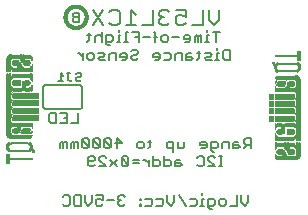
<source format=gbr>
G04 EAGLE Gerber RS-274X export*
G75*
%MOMM*%
%FSLAX34Y34*%
%LPD*%
%INSilkscreen Bottom*%
%IPPOS*%
%AMOC8*
5,1,8,0,0,1.08239X$1,22.5*%
G01*
%ADD10C,0.203200*%
%ADD11C,0.152400*%
%ADD12C,0.127000*%
%ADD13C,0.304800*%
%ADD14R,0.022863X0.462278*%
%ADD15R,0.022863X0.462281*%
%ADD16R,0.022863X0.436881*%
%ADD17R,0.023113X0.462278*%
%ADD18R,0.023113X0.462281*%
%ADD19R,0.023113X0.436881*%
%ADD20R,0.023116X0.462278*%
%ADD21R,0.023116X0.462281*%
%ADD22R,0.023116X0.436881*%
%ADD23R,0.023113X0.022863*%
%ADD24R,0.023116X0.091441*%
%ADD25R,0.023113X0.139700*%
%ADD26R,0.023116X0.185419*%
%ADD27R,0.023113X0.254000*%
%ADD28R,0.023113X0.299719*%
%ADD29R,0.023116X0.345438*%
%ADD30R,0.023113X0.391159*%
%ADD31R,0.023116X0.393700*%
%ADD32R,0.022863X0.325119*%
%ADD33R,0.022863X0.599438*%
%ADD34R,0.022863X0.622300*%
%ADD35R,0.022863X0.530859*%
%ADD36R,0.022863X0.439422*%
%ADD37R,0.022863X0.231138*%
%ADD38R,0.022863X0.071119*%
%ADD39R,0.022863X0.533400*%
%ADD40R,0.022863X0.208281*%
%ADD41R,0.023113X0.345441*%
%ADD42R,0.023113X0.576578*%
%ADD43R,0.023113X0.599438*%
%ADD44R,0.023113X0.508000*%
%ADD45R,0.023113X0.416563*%
%ADD46R,0.023113X0.208278*%
%ADD47R,0.023113X0.553722*%
%ADD48R,0.023113X0.208281*%
%ADD49R,0.023116X0.345441*%
%ADD50R,0.023116X0.530859*%
%ADD51R,0.023116X0.370841*%
%ADD52R,0.023116X0.162559*%
%ADD53R,0.023116X0.576581*%
%ADD54R,0.023116X0.208281*%
%ADD55R,0.023113X0.322578*%
%ADD56R,0.023113X0.485137*%
%ADD57R,0.023113X0.416559*%
%ADD58R,0.023113X0.347981*%
%ADD59R,0.023113X0.116838*%
%ADD60R,0.023113X0.647700*%
%ADD61R,0.023116X0.322581*%
%ADD62R,0.023116X0.485137*%
%ADD63R,0.023116X0.093978*%
%ADD64R,0.023116X0.231141*%
%ADD65R,0.023116X0.693419*%
%ADD66R,0.023113X0.322581*%
%ADD67R,0.023113X0.439419*%
%ADD68R,0.023113X0.370841*%
%ADD69R,0.023113X0.299722*%
%ADD70R,0.023113X0.045719*%
%ADD71R,0.023113X0.739138*%
%ADD72R,0.023113X0.414019*%
%ADD73R,0.023113X0.347978*%
%ADD74R,0.023113X0.762000*%
%ADD75R,0.023116X0.414019*%
%ADD76R,0.023116X0.182881*%
%ADD77R,0.023116X0.347978*%
%ADD78R,0.023116X0.276863*%
%ADD79R,0.023116X0.116841*%
%ADD80R,0.023116X0.276859*%
%ADD81R,0.023116X0.784863*%
%ADD82R,0.023113X0.325119*%
%ADD83R,0.023113X0.276863*%
%ADD84R,0.023113X0.276859*%
%ADD85R,0.023116X0.325119*%
%ADD86R,0.023116X0.391159*%
%ADD87R,0.023116X0.302259*%
%ADD88R,0.023116X0.254000*%
%ADD89R,0.023113X0.302259*%
%ADD90R,0.023113X0.393700*%
%ADD91R,0.023113X0.231141*%
%ADD92R,0.022863X0.302259*%
%ADD93R,0.022863X0.439419*%
%ADD94R,0.022863X0.368300*%
%ADD95R,0.022863X0.391159*%
%ADD96R,0.022863X0.416559*%
%ADD97R,0.022863X0.276863*%
%ADD98R,0.022863X0.205741*%
%ADD99R,0.023113X0.368300*%
%ADD100R,0.023113X0.205741*%
%ADD101R,0.023116X0.368300*%
%ADD102R,0.023116X0.205741*%
%ADD103R,0.023113X0.182881*%
%ADD104R,0.022863X0.276859*%
%ADD105R,0.022863X0.182881*%
%ADD106R,0.023113X0.924559*%
%ADD107R,0.023116X0.924559*%
%ADD108R,0.023113X0.901700*%
%ADD109R,0.023116X0.901700*%
%ADD110R,0.023113X0.878841*%
%ADD111R,0.023116X0.855981*%
%ADD112R,0.023113X0.833119*%
%ADD113R,0.022863X0.787400*%
%ADD114R,0.022863X0.414019*%
%ADD115R,0.022863X0.924559*%
%ADD116R,0.023113X0.739141*%
%ADD117R,0.023116X0.716281*%
%ADD118R,0.023116X0.299722*%
%ADD119R,0.023113X0.670559*%
%ADD120R,0.023116X0.647700*%
%ADD121R,0.023116X0.508000*%
%ADD122R,0.023116X0.299719*%
%ADD123R,0.023113X0.601981*%
%ADD124R,0.023113X0.530859*%
%ADD125R,0.023113X0.231138*%
%ADD126R,0.023113X0.556259*%
%ADD127R,0.023113X0.185419*%
%ADD128R,0.023116X0.533400*%
%ADD129R,0.023116X0.599438*%
%ADD130R,0.023116X0.416563*%
%ADD131R,0.023116X0.116838*%
%ADD132R,0.023113X0.485141*%
%ADD133R,0.023113X0.645159*%
%ADD134R,0.023113X0.716278*%
%ADD135R,0.022863X0.393700*%
%ADD136R,0.022863X0.762000*%
%ADD137R,0.022863X0.624841*%
%ADD138R,0.023113X0.784859*%
%ADD139R,0.023113X0.693422*%
%ADD140R,0.023116X0.830578*%
%ADD141R,0.023116X0.739141*%
%ADD142R,0.023113X0.876300*%
%ADD143R,0.023113X0.807722*%
%ADD144R,0.023116X0.899159*%
%ADD145R,0.023116X0.878841*%
%ADD146R,0.023113X0.922019*%
%ADD147R,0.023113X0.947419*%
%ADD148R,0.023116X0.970278*%
%ADD149R,0.023113X0.970278*%
%ADD150R,0.023116X0.439419*%
%ADD151R,0.022863X0.299722*%
%ADD152R,0.023116X0.416559*%
%ADD153R,0.023116X0.347981*%
%ADD154R,0.023113X0.137159*%
%ADD155R,0.023113X0.093978*%
%ADD156R,0.023113X0.091441*%
%ADD157R,0.023113X0.093981*%
%ADD158R,0.023113X0.114300*%
%ADD159R,0.023116X0.045719*%
%ADD160R,0.023116X0.045722*%
%ADD161R,0.023113X0.071119*%
%ADD162R,0.023113X0.116841*%
%ADD163R,0.023116X0.139700*%
%ADD164R,0.022863X0.322581*%
%ADD165R,0.022863X0.345441*%
%ADD166R,0.022863X0.162559*%
%ADD167R,0.022863X0.576581*%
%ADD168R,0.023113X0.668019*%
%ADD169R,0.023113X0.533400*%
%ADD170R,0.023116X1.455419*%
%ADD171R,0.023116X5.519419*%
%ADD172R,0.023113X1.455419*%
%ADD173R,0.023113X5.519419*%
%ADD174R,0.023116X5.494019*%
%ADD175R,0.023113X1.430019*%
%ADD176R,0.023113X5.494019*%
%ADD177R,0.023116X1.430019*%
%ADD178R,0.023116X5.471159*%
%ADD179R,0.023116X0.762000*%
%ADD180R,0.023113X1.407159*%
%ADD181R,0.023113X5.471159*%
%ADD182R,0.022863X1.384300*%
%ADD183R,0.022863X5.448300*%
%ADD184R,0.022863X0.716278*%
%ADD185R,0.022863X0.878841*%
%ADD186R,0.023113X1.361438*%
%ADD187R,0.023113X5.425438*%
%ADD188R,0.023116X1.338578*%
%ADD189R,0.023116X5.402578*%
%ADD190R,0.023116X0.624841*%
%ADD191R,0.023113X1.292859*%
%ADD192R,0.023113X5.356859*%
%ADD193R,0.023116X1.224278*%
%ADD194R,0.023116X5.288278*%


D10*
X182115Y171715D02*
X182115Y162902D01*
X177709Y158496D01*
X173302Y162902D01*
X173302Y171715D01*
X168082Y171715D02*
X168082Y158496D01*
X159270Y158496D01*
X154050Y171715D02*
X145237Y171715D01*
X154050Y171715D02*
X154050Y165106D01*
X149643Y167309D01*
X147440Y167309D01*
X145237Y165106D01*
X145237Y160699D01*
X147440Y158496D01*
X151846Y158496D01*
X154050Y160699D01*
X140017Y169512D02*
X137814Y171715D01*
X133407Y171715D01*
X131204Y169512D01*
X131204Y167309D01*
X133407Y165106D01*
X135610Y165106D01*
X133407Y165106D02*
X131204Y162902D01*
X131204Y160699D01*
X133407Y158496D01*
X137814Y158496D01*
X140017Y160699D01*
X125984Y158496D02*
X125984Y171715D01*
X125984Y158496D02*
X117171Y158496D01*
X111951Y167309D02*
X107545Y171715D01*
X107545Y158496D01*
X111951Y158496D02*
X103138Y158496D01*
X91309Y171715D02*
X89106Y169512D01*
X91309Y171715D02*
X95715Y171715D01*
X97918Y169512D01*
X97918Y160699D01*
X95715Y158496D01*
X91309Y158496D01*
X89106Y160699D01*
X83886Y171715D02*
X75073Y158496D01*
X83886Y158496D02*
X75073Y171715D01*
D11*
X179777Y152915D02*
X179777Y144272D01*
X182658Y152915D02*
X176896Y152915D01*
X173303Y150034D02*
X171863Y150034D01*
X171863Y144272D01*
X173303Y144272D02*
X170422Y144272D01*
X171863Y152915D02*
X171863Y154356D01*
X167066Y150034D02*
X167066Y144272D01*
X167066Y150034D02*
X165626Y150034D01*
X164185Y148594D01*
X164185Y144272D01*
X164185Y148594D02*
X162745Y150034D01*
X161304Y148594D01*
X161304Y144272D01*
X156271Y144272D02*
X153390Y144272D01*
X156271Y144272D02*
X157711Y145713D01*
X157711Y148594D01*
X156271Y150034D01*
X153390Y150034D01*
X151949Y148594D01*
X151949Y147153D01*
X157711Y147153D01*
X148356Y148594D02*
X142594Y148594D01*
X137560Y144272D02*
X134679Y144272D01*
X133239Y145713D01*
X133239Y148594D01*
X134679Y150034D01*
X137560Y150034D01*
X139001Y148594D01*
X139001Y145713D01*
X137560Y144272D01*
X128205Y144272D02*
X128205Y151475D01*
X126765Y152915D01*
X126765Y148594D02*
X129646Y148594D01*
X123409Y148594D02*
X117647Y148594D01*
X114054Y152915D02*
X114054Y144272D01*
X114054Y152915D02*
X108291Y152915D01*
X111173Y148594D02*
X114054Y148594D01*
X104699Y152915D02*
X103258Y152915D01*
X103258Y144272D01*
X104699Y144272D02*
X101817Y144272D01*
X98462Y150034D02*
X97021Y150034D01*
X97021Y144272D01*
X95581Y144272D02*
X98462Y144272D01*
X97021Y152915D02*
X97021Y154356D01*
X89344Y141391D02*
X87903Y141391D01*
X86463Y142831D01*
X86463Y150034D01*
X90784Y150034D01*
X92225Y148594D01*
X92225Y145713D01*
X90784Y144272D01*
X86463Y144272D01*
X82870Y144272D02*
X82870Y152915D01*
X81429Y150034D02*
X82870Y148594D01*
X81429Y150034D02*
X78548Y150034D01*
X77108Y148594D01*
X77108Y144272D01*
X72074Y145713D02*
X72074Y151475D01*
X72074Y145713D02*
X70633Y144272D01*
X70633Y150034D02*
X73515Y150034D01*
X191234Y137675D02*
X191234Y129032D01*
X186912Y129032D01*
X185472Y130473D01*
X185472Y136235D01*
X186912Y137675D01*
X191234Y137675D01*
X181879Y134794D02*
X180438Y134794D01*
X180438Y129032D01*
X178998Y129032D02*
X181879Y129032D01*
X180438Y137675D02*
X180438Y139116D01*
X175642Y129032D02*
X171320Y129032D01*
X169880Y130473D01*
X171320Y131913D01*
X174201Y131913D01*
X175642Y133354D01*
X174201Y134794D01*
X169880Y134794D01*
X164846Y136235D02*
X164846Y130473D01*
X163406Y129032D01*
X163406Y134794D02*
X166287Y134794D01*
X158609Y134794D02*
X155728Y134794D01*
X154288Y133354D01*
X154288Y129032D01*
X158609Y129032D01*
X160050Y130473D01*
X158609Y131913D01*
X154288Y131913D01*
X150695Y129032D02*
X150695Y134794D01*
X146373Y134794D01*
X144933Y133354D01*
X144933Y129032D01*
X139899Y134794D02*
X135577Y134794D01*
X139899Y134794D02*
X141340Y133354D01*
X141340Y130473D01*
X139899Y129032D01*
X135577Y129032D01*
X130544Y129032D02*
X127663Y129032D01*
X130544Y129032D02*
X131984Y130473D01*
X131984Y133354D01*
X130544Y134794D01*
X127663Y134794D01*
X126222Y133354D01*
X126222Y131913D01*
X131984Y131913D01*
X108952Y137675D02*
X107512Y136235D01*
X108952Y137675D02*
X111834Y137675D01*
X113274Y136235D01*
X113274Y134794D01*
X111834Y133354D01*
X108952Y133354D01*
X107512Y131913D01*
X107512Y130473D01*
X108952Y129032D01*
X111834Y129032D01*
X113274Y130473D01*
X102478Y129032D02*
X99597Y129032D01*
X102478Y129032D02*
X103919Y130473D01*
X103919Y133354D01*
X102478Y134794D01*
X99597Y134794D01*
X98157Y133354D01*
X98157Y131913D01*
X103919Y131913D01*
X94564Y129032D02*
X94564Y134794D01*
X90242Y134794D01*
X88801Y133354D01*
X88801Y129032D01*
X85209Y129032D02*
X80887Y129032D01*
X79446Y130473D01*
X80887Y131913D01*
X83768Y131913D01*
X85209Y133354D01*
X83768Y134794D01*
X79446Y134794D01*
X74413Y129032D02*
X71532Y129032D01*
X70091Y130473D01*
X70091Y133354D01*
X71532Y134794D01*
X74413Y134794D01*
X75853Y133354D01*
X75853Y130473D01*
X74413Y129032D01*
X66498Y129032D02*
X66498Y134794D01*
X66498Y131913D02*
X63617Y134794D01*
X62176Y134794D01*
X208876Y62745D02*
X208876Y54102D01*
X208876Y62745D02*
X204554Y62745D01*
X203113Y61305D01*
X203113Y58424D01*
X204554Y56983D01*
X208876Y56983D01*
X205994Y56983D02*
X203113Y54102D01*
X198080Y59864D02*
X195199Y59864D01*
X193758Y58424D01*
X193758Y54102D01*
X198080Y54102D01*
X199520Y55543D01*
X198080Y56983D01*
X193758Y56983D01*
X190165Y54102D02*
X190165Y59864D01*
X185844Y59864D01*
X184403Y58424D01*
X184403Y54102D01*
X177929Y51221D02*
X176488Y51221D01*
X175048Y52661D01*
X175048Y59864D01*
X179369Y59864D01*
X180810Y58424D01*
X180810Y55543D01*
X179369Y54102D01*
X175048Y54102D01*
X170014Y54102D02*
X167133Y54102D01*
X170014Y54102D02*
X171455Y55543D01*
X171455Y58424D01*
X170014Y59864D01*
X167133Y59864D01*
X165693Y58424D01*
X165693Y56983D01*
X171455Y56983D01*
X152744Y55543D02*
X152744Y59864D01*
X152744Y55543D02*
X151304Y54102D01*
X146982Y54102D01*
X146982Y59864D01*
X143389Y59864D02*
X143389Y51221D01*
X143389Y59864D02*
X139068Y59864D01*
X137627Y58424D01*
X137627Y55543D01*
X139068Y54102D01*
X143389Y54102D01*
X123238Y55543D02*
X123238Y61305D01*
X123238Y55543D02*
X121798Y54102D01*
X121798Y59864D02*
X124679Y59864D01*
X117002Y54102D02*
X114120Y54102D01*
X112680Y55543D01*
X112680Y58424D01*
X114120Y59864D01*
X117002Y59864D01*
X118442Y58424D01*
X118442Y55543D01*
X117002Y54102D01*
X95410Y54102D02*
X95410Y62745D01*
X99732Y58424D01*
X93969Y58424D01*
X90377Y55543D02*
X90377Y61305D01*
X88936Y62745D01*
X86055Y62745D01*
X84614Y61305D01*
X84614Y55543D01*
X86055Y54102D01*
X88936Y54102D01*
X90377Y55543D01*
X84614Y61305D01*
X81021Y61305D02*
X81021Y55543D01*
X81021Y61305D02*
X79581Y62745D01*
X76700Y62745D01*
X75259Y61305D01*
X75259Y55543D01*
X76700Y54102D01*
X79581Y54102D01*
X81021Y55543D01*
X75259Y61305D01*
X71666Y61305D02*
X71666Y55543D01*
X71666Y61305D02*
X70226Y62745D01*
X67344Y62745D01*
X65904Y61305D01*
X65904Y55543D01*
X67344Y54102D01*
X70226Y54102D01*
X71666Y55543D01*
X65904Y61305D01*
X62311Y59864D02*
X62311Y54102D01*
X62311Y59864D02*
X60870Y59864D01*
X59430Y58424D01*
X59430Y54102D01*
X59430Y58424D02*
X57989Y59864D01*
X56549Y58424D01*
X56549Y54102D01*
X52956Y54102D02*
X52956Y59864D01*
X51515Y59864D01*
X50075Y58424D01*
X50075Y54102D01*
X50075Y58424D02*
X48634Y59864D01*
X47194Y58424D01*
X47194Y54102D01*
X181827Y38862D02*
X184708Y38862D01*
X183267Y38862D02*
X183267Y47505D01*
X181827Y47505D02*
X184708Y47505D01*
X178471Y38862D02*
X172709Y38862D01*
X178471Y38862D02*
X172709Y44624D01*
X172709Y46065D01*
X174150Y47505D01*
X177031Y47505D01*
X178471Y46065D01*
X164794Y47505D02*
X163354Y46065D01*
X164794Y47505D02*
X167675Y47505D01*
X169116Y46065D01*
X169116Y40303D01*
X167675Y38862D01*
X164794Y38862D01*
X163354Y40303D01*
X148965Y44624D02*
X146084Y44624D01*
X144643Y43184D01*
X144643Y38862D01*
X148965Y38862D01*
X150406Y40303D01*
X148965Y41743D01*
X144643Y41743D01*
X135288Y38862D02*
X135288Y47505D01*
X135288Y38862D02*
X139610Y38862D01*
X141050Y40303D01*
X141050Y43184D01*
X139610Y44624D01*
X135288Y44624D01*
X125933Y47505D02*
X125933Y38862D01*
X130255Y38862D01*
X131695Y40303D01*
X131695Y43184D01*
X130255Y44624D01*
X125933Y44624D01*
X122340Y44624D02*
X122340Y38862D01*
X122340Y41743D02*
X119459Y44624D01*
X118018Y44624D01*
X114544Y41743D02*
X108782Y41743D01*
X108782Y44624D02*
X114544Y44624D01*
X105189Y46065D02*
X105189Y40303D01*
X105189Y46065D02*
X103748Y47505D01*
X100867Y47505D01*
X99427Y46065D01*
X99427Y40303D01*
X100867Y38862D01*
X103748Y38862D01*
X105189Y40303D01*
X99427Y46065D01*
X95834Y44624D02*
X90071Y38862D01*
X90071Y44624D02*
X95834Y38862D01*
X86479Y38862D02*
X80716Y38862D01*
X80716Y44624D02*
X86479Y38862D01*
X80716Y44624D02*
X80716Y46065D01*
X82157Y47505D01*
X85038Y47505D01*
X86479Y46065D01*
X77123Y40303D02*
X75683Y38862D01*
X72802Y38862D01*
X71361Y40303D01*
X71361Y46065D01*
X72802Y47505D01*
X75683Y47505D01*
X77123Y46065D01*
X77123Y44624D01*
X75683Y43184D01*
X71361Y43184D01*
D12*
X206664Y14613D02*
X206664Y8681D01*
X203698Y5715D01*
X200732Y8681D01*
X200732Y14613D01*
X197309Y14613D02*
X197309Y5715D01*
X191377Y5715D01*
X186470Y5715D02*
X183505Y5715D01*
X182022Y7198D01*
X182022Y10164D01*
X183505Y11647D01*
X186470Y11647D01*
X187953Y10164D01*
X187953Y7198D01*
X186470Y5715D01*
X175632Y2749D02*
X174149Y2749D01*
X172666Y4232D01*
X172666Y11647D01*
X177115Y11647D01*
X178598Y10164D01*
X178598Y7198D01*
X177115Y5715D01*
X172666Y5715D01*
X169243Y11647D02*
X167760Y11647D01*
X167760Y5715D01*
X169243Y5715D02*
X166277Y5715D01*
X167760Y14613D02*
X167760Y16096D01*
X161523Y11647D02*
X157075Y11647D01*
X161523Y11647D02*
X163006Y10164D01*
X163006Y7198D01*
X161523Y5715D01*
X157075Y5715D01*
X153651Y5715D02*
X147719Y14613D01*
X144296Y14613D02*
X144296Y8681D01*
X141330Y5715D01*
X138364Y8681D01*
X138364Y14613D01*
X133458Y11647D02*
X129009Y11647D01*
X133458Y11647D02*
X134941Y10164D01*
X134941Y7198D01*
X133458Y5715D01*
X129009Y5715D01*
X124103Y11647D02*
X119654Y11647D01*
X124103Y11647D02*
X125585Y10164D01*
X125585Y7198D01*
X124103Y5715D01*
X119654Y5715D01*
X116230Y11647D02*
X114747Y11647D01*
X114747Y10164D01*
X116230Y10164D01*
X116230Y11647D01*
X116230Y7198D02*
X114747Y7198D01*
X114747Y5715D01*
X116230Y5715D01*
X116230Y7198D01*
X102198Y13130D02*
X100715Y14613D01*
X97749Y14613D01*
X96266Y13130D01*
X96266Y11647D01*
X97749Y10164D01*
X99232Y10164D01*
X97749Y10164D02*
X96266Y8681D01*
X96266Y7198D01*
X97749Y5715D01*
X100715Y5715D01*
X102198Y7198D01*
X92842Y10164D02*
X86911Y10164D01*
X83487Y14613D02*
X77555Y14613D01*
X83487Y14613D02*
X83487Y10164D01*
X80521Y11647D01*
X79038Y11647D01*
X77555Y10164D01*
X77555Y7198D01*
X79038Y5715D01*
X82004Y5715D01*
X83487Y7198D01*
X74132Y8681D02*
X74132Y14613D01*
X74132Y8681D02*
X71166Y5715D01*
X68200Y8681D01*
X68200Y14613D01*
X64777Y14613D02*
X64777Y5715D01*
X60328Y5715D01*
X58845Y7198D01*
X58845Y13130D01*
X60328Y14613D01*
X64777Y14613D01*
X50973Y14613D02*
X49490Y13130D01*
X50973Y14613D02*
X53939Y14613D01*
X55422Y13130D01*
X55422Y7198D01*
X53939Y5715D01*
X50973Y5715D01*
X49490Y7198D01*
D11*
X62801Y75692D02*
X62801Y84335D01*
X62801Y75692D02*
X57039Y75692D01*
X53446Y84335D02*
X47683Y84335D01*
X53446Y84335D02*
X53446Y75692D01*
X47683Y75692D01*
X50564Y80014D02*
X53446Y80014D01*
X44090Y84335D02*
X44090Y75692D01*
X39769Y75692D01*
X38328Y77133D01*
X38328Y82895D01*
X39769Y84335D01*
X44090Y84335D01*
D13*
X51980Y165100D02*
X51983Y165320D01*
X51991Y165541D01*
X52004Y165761D01*
X52023Y165980D01*
X52048Y166199D01*
X52077Y166418D01*
X52112Y166635D01*
X52153Y166852D01*
X52198Y167068D01*
X52249Y167282D01*
X52305Y167495D01*
X52367Y167707D01*
X52433Y167917D01*
X52505Y168125D01*
X52582Y168332D01*
X52664Y168536D01*
X52750Y168739D01*
X52842Y168939D01*
X52939Y169138D01*
X53040Y169333D01*
X53147Y169526D01*
X53258Y169717D01*
X53373Y169904D01*
X53493Y170089D01*
X53618Y170271D01*
X53747Y170449D01*
X53881Y170625D01*
X54018Y170797D01*
X54160Y170965D01*
X54306Y171131D01*
X54456Y171292D01*
X54610Y171450D01*
X54768Y171604D01*
X54929Y171754D01*
X55095Y171900D01*
X55263Y172042D01*
X55435Y172179D01*
X55611Y172313D01*
X55789Y172442D01*
X55971Y172567D01*
X56156Y172687D01*
X56343Y172802D01*
X56534Y172913D01*
X56727Y173020D01*
X56922Y173121D01*
X57121Y173218D01*
X57321Y173310D01*
X57524Y173396D01*
X57728Y173478D01*
X57935Y173555D01*
X58143Y173627D01*
X58353Y173693D01*
X58565Y173755D01*
X58778Y173811D01*
X58992Y173862D01*
X59208Y173907D01*
X59425Y173948D01*
X59642Y173983D01*
X59861Y174012D01*
X60080Y174037D01*
X60299Y174056D01*
X60519Y174069D01*
X60740Y174077D01*
X60960Y174080D01*
X61180Y174077D01*
X61401Y174069D01*
X61621Y174056D01*
X61840Y174037D01*
X62059Y174012D01*
X62278Y173983D01*
X62495Y173948D01*
X62712Y173907D01*
X62928Y173862D01*
X63142Y173811D01*
X63355Y173755D01*
X63567Y173693D01*
X63777Y173627D01*
X63985Y173555D01*
X64192Y173478D01*
X64396Y173396D01*
X64599Y173310D01*
X64799Y173218D01*
X64998Y173121D01*
X65193Y173020D01*
X65386Y172913D01*
X65577Y172802D01*
X65764Y172687D01*
X65949Y172567D01*
X66131Y172442D01*
X66309Y172313D01*
X66485Y172179D01*
X66657Y172042D01*
X66825Y171900D01*
X66991Y171754D01*
X67152Y171604D01*
X67310Y171450D01*
X67464Y171292D01*
X67614Y171131D01*
X67760Y170965D01*
X67902Y170797D01*
X68039Y170625D01*
X68173Y170449D01*
X68302Y170271D01*
X68427Y170089D01*
X68547Y169904D01*
X68662Y169717D01*
X68773Y169526D01*
X68880Y169333D01*
X68981Y169138D01*
X69078Y168939D01*
X69170Y168739D01*
X69256Y168536D01*
X69338Y168332D01*
X69415Y168125D01*
X69487Y167917D01*
X69553Y167707D01*
X69615Y167495D01*
X69671Y167282D01*
X69722Y167068D01*
X69767Y166852D01*
X69808Y166635D01*
X69843Y166418D01*
X69872Y166199D01*
X69897Y165980D01*
X69916Y165761D01*
X69929Y165541D01*
X69937Y165320D01*
X69940Y165100D01*
X69937Y164880D01*
X69929Y164659D01*
X69916Y164439D01*
X69897Y164220D01*
X69872Y164001D01*
X69843Y163782D01*
X69808Y163565D01*
X69767Y163348D01*
X69722Y163132D01*
X69671Y162918D01*
X69615Y162705D01*
X69553Y162493D01*
X69487Y162283D01*
X69415Y162075D01*
X69338Y161868D01*
X69256Y161664D01*
X69170Y161461D01*
X69078Y161261D01*
X68981Y161062D01*
X68880Y160867D01*
X68773Y160674D01*
X68662Y160483D01*
X68547Y160296D01*
X68427Y160111D01*
X68302Y159929D01*
X68173Y159751D01*
X68039Y159575D01*
X67902Y159403D01*
X67760Y159235D01*
X67614Y159069D01*
X67464Y158908D01*
X67310Y158750D01*
X67152Y158596D01*
X66991Y158446D01*
X66825Y158300D01*
X66657Y158158D01*
X66485Y158021D01*
X66309Y157887D01*
X66131Y157758D01*
X65949Y157633D01*
X65764Y157513D01*
X65577Y157398D01*
X65386Y157287D01*
X65193Y157180D01*
X64998Y157079D01*
X64799Y156982D01*
X64599Y156890D01*
X64396Y156804D01*
X64192Y156722D01*
X63985Y156645D01*
X63777Y156573D01*
X63567Y156507D01*
X63355Y156445D01*
X63142Y156389D01*
X62928Y156338D01*
X62712Y156293D01*
X62495Y156252D01*
X62278Y156217D01*
X62059Y156188D01*
X61840Y156163D01*
X61621Y156144D01*
X61401Y156131D01*
X61180Y156123D01*
X60960Y156120D01*
X60740Y156123D01*
X60519Y156131D01*
X60299Y156144D01*
X60080Y156163D01*
X59861Y156188D01*
X59642Y156217D01*
X59425Y156252D01*
X59208Y156293D01*
X58992Y156338D01*
X58778Y156389D01*
X58565Y156445D01*
X58353Y156507D01*
X58143Y156573D01*
X57935Y156645D01*
X57728Y156722D01*
X57524Y156804D01*
X57321Y156890D01*
X57121Y156982D01*
X56922Y157079D01*
X56727Y157180D01*
X56534Y157287D01*
X56343Y157398D01*
X56156Y157513D01*
X55971Y157633D01*
X55789Y157758D01*
X55611Y157887D01*
X55435Y158021D01*
X55263Y158158D01*
X55095Y158300D01*
X54929Y158446D01*
X54768Y158596D01*
X54610Y158750D01*
X54456Y158908D01*
X54306Y159069D01*
X54160Y159235D01*
X54018Y159403D01*
X53881Y159575D01*
X53747Y159751D01*
X53618Y159929D01*
X53493Y160111D01*
X53373Y160296D01*
X53258Y160483D01*
X53147Y160674D01*
X53040Y160867D01*
X52939Y161062D01*
X52842Y161261D01*
X52750Y161461D01*
X52664Y161664D01*
X52582Y161868D01*
X52505Y162075D01*
X52433Y162283D01*
X52367Y162493D01*
X52305Y162705D01*
X52249Y162918D01*
X52198Y163132D01*
X52153Y163348D01*
X52112Y163565D01*
X52077Y163782D01*
X52048Y164001D01*
X52023Y164220D01*
X52004Y164439D01*
X51991Y164659D01*
X51983Y164880D01*
X51980Y165100D01*
D10*
X63500Y161036D02*
X63500Y169171D01*
X59433Y169171D01*
X58077Y167815D01*
X58077Y166459D01*
X59433Y165103D01*
X58077Y163748D01*
X58077Y162392D01*
X59433Y161036D01*
X63500Y161036D01*
X63500Y165103D02*
X59433Y165103D01*
D14*
X224790Y79197D03*
D15*
X224790Y85446D03*
X224790Y91669D03*
D16*
X224790Y98019D03*
D17*
X225020Y79197D03*
D18*
X225020Y85446D03*
X225020Y91669D03*
D19*
X225020Y98019D03*
D20*
X225251Y79197D03*
D21*
X225251Y85446D03*
X225251Y91669D03*
D22*
X225251Y98019D03*
D17*
X225482Y79197D03*
D18*
X225482Y85446D03*
X225482Y91669D03*
D19*
X225482Y98019D03*
D20*
X225713Y79197D03*
D21*
X225713Y85446D03*
X225713Y91669D03*
D22*
X225713Y98019D03*
D17*
X225944Y79197D03*
D18*
X225944Y85446D03*
X225944Y91669D03*
D19*
X225944Y98019D03*
D17*
X226176Y79197D03*
D18*
X226176Y85446D03*
X226176Y91669D03*
D19*
X226176Y98019D03*
D20*
X226407Y79197D03*
D21*
X226407Y85446D03*
X226407Y91669D03*
D22*
X226407Y98019D03*
D17*
X226638Y79197D03*
D18*
X226638Y85446D03*
X226638Y91669D03*
D19*
X226638Y98019D03*
D20*
X226869Y79197D03*
D21*
X226869Y85446D03*
X226869Y91669D03*
D22*
X226869Y98019D03*
D17*
X227100Y79197D03*
D18*
X227100Y85446D03*
X227100Y91669D03*
D19*
X227100Y98019D03*
D14*
X227330Y79197D03*
D15*
X227330Y85446D03*
X227330Y91669D03*
D16*
X227330Y98019D03*
D17*
X227560Y79197D03*
D18*
X227560Y85446D03*
X227560Y91669D03*
D19*
X227560Y98019D03*
D23*
X227560Y126429D03*
D20*
X227791Y79197D03*
D21*
X227791Y85446D03*
X227791Y91669D03*
D22*
X227791Y98019D03*
D24*
X227791Y126314D03*
D17*
X228022Y79197D03*
D18*
X228022Y85446D03*
X228022Y91669D03*
D19*
X228022Y98019D03*
D25*
X228022Y126073D03*
D20*
X228253Y79197D03*
D21*
X228253Y85446D03*
X228253Y91669D03*
D22*
X228253Y98019D03*
D26*
X228253Y126073D03*
D17*
X228484Y79197D03*
D18*
X228484Y85446D03*
X228484Y91669D03*
D19*
X228484Y98019D03*
D27*
X228484Y125959D03*
D17*
X228716Y79197D03*
D18*
X228716Y85446D03*
X228716Y91669D03*
D19*
X228716Y98019D03*
D28*
X228716Y125730D03*
D20*
X228947Y79197D03*
D21*
X228947Y85446D03*
X228947Y91669D03*
D22*
X228947Y98019D03*
D29*
X228947Y125730D03*
D30*
X229178Y125501D03*
D31*
X229409Y125032D03*
D17*
X229640Y124003D03*
D32*
X229870Y48031D03*
D33*
X229870Y55880D03*
D34*
X229870Y63614D03*
D35*
X229870Y72631D03*
D14*
X229870Y79197D03*
D15*
X229870Y85446D03*
X229870Y91669D03*
D16*
X229870Y98019D03*
D36*
X229870Y104254D03*
D37*
X229870Y109919D03*
D38*
X229870Y113030D03*
D39*
X229870Y123190D03*
D40*
X229870Y132436D03*
D41*
X230100Y47676D03*
D42*
X230100Y55994D03*
D43*
X230100Y63500D03*
D44*
X230100Y72746D03*
D17*
X230100Y79197D03*
D18*
X230100Y85446D03*
X230100Y91669D03*
D19*
X230100Y98019D03*
D45*
X230100Y104140D03*
D46*
X230100Y110033D03*
D25*
X230100Y113373D03*
D47*
X230100Y122606D03*
D48*
X230100Y132436D03*
D49*
X230331Y47219D03*
D50*
X230331Y56223D03*
X230331Y63157D03*
D20*
X230331Y72974D03*
X230331Y79197D03*
D21*
X230331Y85446D03*
X230331Y91669D03*
D22*
X230331Y98019D03*
D51*
X230331Y103911D03*
D52*
X230331Y110261D03*
D26*
X230331Y113602D03*
D53*
X230331Y122492D03*
D54*
X230331Y132436D03*
D55*
X230562Y46876D03*
D56*
X230562Y56452D03*
D44*
X230562Y63043D03*
D57*
X230562Y73203D03*
D17*
X230562Y79197D03*
D18*
X230562Y85446D03*
X230562Y91669D03*
D19*
X230562Y98019D03*
D58*
X230562Y103797D03*
D59*
X230562Y110490D03*
D46*
X230562Y113716D03*
D60*
X230562Y122619D03*
D48*
X230562Y132436D03*
D61*
X230793Y46647D03*
D20*
X230793Y56566D03*
D62*
X230793Y62929D03*
D31*
X230793Y73317D03*
D20*
X230793Y79197D03*
D21*
X230793Y85446D03*
X230793Y91669D03*
D22*
X230793Y98019D03*
D61*
X230793Y103670D03*
D63*
X230793Y110604D03*
D64*
X230793Y113830D03*
D65*
X230793Y122619D03*
D54*
X230793Y132436D03*
D66*
X231024Y46419D03*
D67*
X231024Y56680D03*
D17*
X231024Y62814D03*
D68*
X231024Y73431D03*
D17*
X231024Y79197D03*
D18*
X231024Y85446D03*
X231024Y91669D03*
D19*
X231024Y98019D03*
D69*
X231024Y103556D03*
D70*
X231024Y110846D03*
D27*
X231024Y113944D03*
D71*
X231024Y122619D03*
D48*
X231024Y132436D03*
D66*
X231256Y46190D03*
D72*
X231256Y56807D03*
D67*
X231256Y62700D03*
D73*
X231256Y73546D03*
D17*
X231256Y79197D03*
D18*
X231256Y85446D03*
X231256Y91669D03*
D19*
X231256Y98019D03*
D69*
X231256Y103556D03*
D27*
X231256Y113944D03*
D74*
X231256Y122504D03*
D48*
X231256Y132436D03*
D61*
X231487Y46190D03*
D64*
X231487Y51270D03*
D75*
X231487Y56807D03*
X231487Y62573D03*
D76*
X231487Y68351D03*
D77*
X231487Y73546D03*
D20*
X231487Y79197D03*
D21*
X231487Y85446D03*
X231487Y91669D03*
D22*
X231487Y98019D03*
D78*
X231487Y103442D03*
D79*
X231487Y108179D03*
D80*
X231487Y114059D03*
D81*
X231487Y122619D03*
D54*
X231487Y132436D03*
D82*
X231718Y45949D03*
D66*
X231718Y51270D03*
D30*
X231718Y56921D03*
D72*
X231718Y62573D03*
D82*
X231718Y68351D03*
X231718Y73660D03*
D17*
X231718Y79197D03*
D18*
X231718Y85446D03*
X231718Y91669D03*
D19*
X231718Y98019D03*
D83*
X231718Y103442D03*
D84*
X231718Y108293D03*
X231718Y114059D03*
D83*
X231718Y120079D03*
D84*
X231718Y125387D03*
D48*
X231718Y132436D03*
D85*
X231949Y45949D03*
D51*
X231949Y51257D03*
D86*
X231949Y56921D03*
D75*
X231949Y62573D03*
D51*
X231949Y68351D03*
D85*
X231949Y73660D03*
D20*
X231949Y79197D03*
D21*
X231949Y85446D03*
X231949Y91669D03*
D22*
X231949Y98019D03*
D78*
X231949Y103442D03*
D49*
X231949Y108407D03*
D87*
X231949Y114186D03*
D88*
X231949Y119736D03*
D64*
X231949Y125616D03*
D54*
X231949Y132436D03*
D82*
X232180Y45949D03*
D57*
X232180Y51257D03*
D30*
X232180Y56921D03*
X232180Y62459D03*
D57*
X232180Y68351D03*
D89*
X232180Y73774D03*
D17*
X232180Y79197D03*
D18*
X232180Y85446D03*
X232180Y91669D03*
D19*
X232180Y98019D03*
D83*
X232180Y103442D03*
D90*
X232180Y108649D03*
D89*
X232180Y114186D03*
D91*
X232180Y119621D03*
D48*
X232180Y125730D03*
X232180Y132436D03*
D92*
X232410Y45834D03*
D93*
X232410Y51143D03*
D94*
X232410Y57036D03*
D95*
X232410Y62459D03*
D96*
X232410Y68351D03*
D92*
X232410Y73774D03*
D14*
X232410Y79197D03*
D15*
X232410Y85446D03*
X232410Y91669D03*
D16*
X232410Y98019D03*
D97*
X232410Y103442D03*
D93*
X232410Y108649D03*
D92*
X232410Y114186D03*
D98*
X232410Y119494D03*
D40*
X232410Y125730D03*
X232410Y132436D03*
D89*
X232640Y45834D03*
D17*
X232640Y51257D03*
D99*
X232640Y57036D03*
D30*
X232640Y62459D03*
D18*
X232640Y68351D03*
D89*
X232640Y73774D03*
D17*
X232640Y79197D03*
D18*
X232640Y85446D03*
X232640Y91669D03*
D19*
X232640Y98019D03*
D83*
X232640Y103442D03*
D17*
X232640Y108763D03*
D89*
X232640Y114186D03*
D100*
X232640Y119494D03*
D48*
X232640Y125959D03*
X232640Y132436D03*
D87*
X232871Y45834D03*
D20*
X232871Y51257D03*
D101*
X232871Y57036D03*
D86*
X232871Y62459D03*
D21*
X232871Y68351D03*
D87*
X232871Y73774D03*
D20*
X232871Y79197D03*
D21*
X232871Y85446D03*
X232871Y91669D03*
D22*
X232871Y98019D03*
D78*
X232871Y103442D03*
D20*
X232871Y108763D03*
D87*
X232871Y114186D03*
D102*
X232871Y119494D03*
D54*
X232871Y125959D03*
X232871Y132436D03*
D89*
X233102Y45834D03*
D17*
X233102Y51257D03*
D99*
X233102Y57036D03*
X233102Y62344D03*
D18*
X233102Y68351D03*
D89*
X233102Y73774D03*
D17*
X233102Y79197D03*
D18*
X233102Y85446D03*
X233102Y91669D03*
D19*
X233102Y98019D03*
D83*
X233102Y103442D03*
D17*
X233102Y108763D03*
D89*
X233102Y114186D03*
D100*
X233102Y119494D03*
D48*
X233102Y125959D03*
X233102Y132436D03*
D87*
X233333Y45834D03*
D20*
X233333Y51257D03*
D101*
X233333Y57036D03*
X233333Y62344D03*
D21*
X233333Y68351D03*
D87*
X233333Y73774D03*
D20*
X233333Y79197D03*
D21*
X233333Y85446D03*
X233333Y91669D03*
D22*
X233333Y98019D03*
D78*
X233333Y103442D03*
D20*
X233333Y108763D03*
D87*
X233333Y114186D03*
D76*
X233333Y119380D03*
D54*
X233333Y125959D03*
X233333Y132436D03*
D89*
X233564Y45834D03*
D17*
X233564Y51257D03*
D99*
X233564Y57036D03*
X233564Y62344D03*
D18*
X233564Y68351D03*
D89*
X233564Y73774D03*
D17*
X233564Y79197D03*
D18*
X233564Y85446D03*
X233564Y91669D03*
D19*
X233564Y98019D03*
D83*
X233564Y103442D03*
D17*
X233564Y108763D03*
D89*
X233564Y114186D03*
D103*
X233564Y119380D03*
D48*
X233564Y125959D03*
X233564Y132436D03*
D89*
X233796Y45834D03*
D17*
X233796Y51257D03*
D99*
X233796Y57036D03*
X233796Y62344D03*
D18*
X233796Y68351D03*
D84*
X233796Y73901D03*
D17*
X233796Y79197D03*
D18*
X233796Y85446D03*
X233796Y91669D03*
D19*
X233796Y98019D03*
D83*
X233796Y103442D03*
D17*
X233796Y108763D03*
D89*
X233796Y114186D03*
D103*
X233796Y119380D03*
D48*
X233796Y125959D03*
X233796Y132436D03*
D87*
X234027Y45834D03*
D20*
X234027Y51257D03*
D101*
X234027Y57036D03*
X234027Y62344D03*
D21*
X234027Y68351D03*
D80*
X234027Y73901D03*
D20*
X234027Y79197D03*
D21*
X234027Y85446D03*
X234027Y91669D03*
D22*
X234027Y98019D03*
D78*
X234027Y103442D03*
D20*
X234027Y108763D03*
D87*
X234027Y114186D03*
D76*
X234027Y119380D03*
D54*
X234027Y125959D03*
X234027Y132436D03*
D89*
X234258Y45834D03*
D17*
X234258Y51257D03*
D99*
X234258Y57036D03*
X234258Y62344D03*
D18*
X234258Y68351D03*
D84*
X234258Y73901D03*
D17*
X234258Y79197D03*
D18*
X234258Y85446D03*
X234258Y91669D03*
D19*
X234258Y98019D03*
D83*
X234258Y103442D03*
D17*
X234258Y108763D03*
D89*
X234258Y114186D03*
D103*
X234258Y119380D03*
D48*
X234258Y125959D03*
X234258Y132436D03*
D87*
X234489Y45834D03*
D20*
X234489Y51257D03*
D101*
X234489Y57036D03*
X234489Y62344D03*
D21*
X234489Y68351D03*
D80*
X234489Y73901D03*
D20*
X234489Y79197D03*
D21*
X234489Y85446D03*
X234489Y91669D03*
D22*
X234489Y98019D03*
D78*
X234489Y103442D03*
D20*
X234489Y108763D03*
D87*
X234489Y114186D03*
D76*
X234489Y119380D03*
D54*
X234489Y125959D03*
X234489Y132436D03*
D89*
X234720Y45834D03*
D17*
X234720Y51257D03*
D99*
X234720Y57036D03*
X234720Y62344D03*
D18*
X234720Y68351D03*
D84*
X234720Y73901D03*
D17*
X234720Y79197D03*
D18*
X234720Y85446D03*
X234720Y91669D03*
D19*
X234720Y98019D03*
D83*
X234720Y103442D03*
D17*
X234720Y108763D03*
D89*
X234720Y114186D03*
D103*
X234720Y119380D03*
D48*
X234720Y125959D03*
X234720Y132436D03*
D92*
X234950Y45834D03*
D14*
X234950Y51257D03*
D94*
X234950Y57036D03*
X234950Y62344D03*
D15*
X234950Y68351D03*
D104*
X234950Y73901D03*
D14*
X234950Y79197D03*
D15*
X234950Y85446D03*
X234950Y91669D03*
D16*
X234950Y98019D03*
D97*
X234950Y103442D03*
D14*
X234950Y108763D03*
D92*
X234950Y114186D03*
D105*
X234950Y119380D03*
D40*
X234950Y125959D03*
X234950Y132436D03*
D89*
X235180Y45834D03*
D17*
X235180Y51257D03*
D99*
X235180Y57036D03*
X235180Y62344D03*
D18*
X235180Y68351D03*
D84*
X235180Y73901D03*
D17*
X235180Y79197D03*
D18*
X235180Y85446D03*
X235180Y91669D03*
D19*
X235180Y98019D03*
D83*
X235180Y103442D03*
D17*
X235180Y108763D03*
D89*
X235180Y114186D03*
D103*
X235180Y119380D03*
D48*
X235180Y125959D03*
X235180Y132436D03*
D87*
X235411Y45834D03*
D20*
X235411Y51257D03*
D101*
X235411Y57036D03*
X235411Y62344D03*
D21*
X235411Y68351D03*
D80*
X235411Y73901D03*
D20*
X235411Y79197D03*
D21*
X235411Y85446D03*
X235411Y91669D03*
D22*
X235411Y98019D03*
D78*
X235411Y103442D03*
D20*
X235411Y108763D03*
D87*
X235411Y114186D03*
D76*
X235411Y119380D03*
D54*
X235411Y125959D03*
X235411Y132436D03*
D89*
X235642Y45834D03*
D17*
X235642Y51257D03*
D99*
X235642Y57036D03*
X235642Y62344D03*
D106*
X235642Y70663D03*
D17*
X235642Y79197D03*
D18*
X235642Y85446D03*
X235642Y91669D03*
D19*
X235642Y98019D03*
D83*
X235642Y103442D03*
D17*
X235642Y108763D03*
D89*
X235642Y114186D03*
D103*
X235642Y119380D03*
D48*
X235642Y125959D03*
X235642Y132436D03*
D87*
X235873Y45834D03*
D20*
X235873Y51257D03*
D101*
X235873Y57036D03*
X235873Y62344D03*
D107*
X235873Y70663D03*
D20*
X235873Y79197D03*
D21*
X235873Y85446D03*
X235873Y91669D03*
D22*
X235873Y98019D03*
D78*
X235873Y103442D03*
D20*
X235873Y108763D03*
D87*
X235873Y114186D03*
D76*
X235873Y119380D03*
D54*
X235873Y125959D03*
X235873Y132436D03*
D89*
X236104Y45834D03*
D67*
X236104Y51143D03*
D99*
X236104Y57036D03*
X236104Y62344D03*
D106*
X236104Y70663D03*
D17*
X236104Y79197D03*
D18*
X236104Y85446D03*
X236104Y91669D03*
D19*
X236104Y98019D03*
D83*
X236104Y103442D03*
D17*
X236104Y108763D03*
D89*
X236104Y114186D03*
D103*
X236104Y119380D03*
D48*
X236104Y125959D03*
X236104Y132436D03*
D108*
X236336Y48832D03*
D99*
X236336Y57036D03*
X236336Y62344D03*
D106*
X236336Y70663D03*
D17*
X236336Y79197D03*
D18*
X236336Y85446D03*
X236336Y91669D03*
D19*
X236336Y98019D03*
D83*
X236336Y103442D03*
D17*
X236336Y108763D03*
D89*
X236336Y114186D03*
D103*
X236336Y119380D03*
D48*
X236336Y125959D03*
X236336Y132436D03*
D109*
X236567Y48832D03*
D101*
X236567Y57036D03*
X236567Y62344D03*
D107*
X236567Y70663D03*
D20*
X236567Y79197D03*
D21*
X236567Y85446D03*
X236567Y91669D03*
D22*
X236567Y98019D03*
D78*
X236567Y103442D03*
D20*
X236567Y108763D03*
D87*
X236567Y114186D03*
D76*
X236567Y119380D03*
D54*
X236567Y125959D03*
X236567Y132436D03*
D110*
X236798Y48717D03*
D30*
X236798Y56921D03*
D99*
X236798Y62344D03*
D106*
X236798Y70663D03*
D17*
X236798Y79197D03*
D18*
X236798Y85446D03*
X236798Y91669D03*
D19*
X236798Y98019D03*
D83*
X236798Y103442D03*
D17*
X236798Y108763D03*
D89*
X236798Y114186D03*
D103*
X236798Y119380D03*
D48*
X236798Y125959D03*
X236798Y132436D03*
D111*
X237029Y48603D03*
D86*
X237029Y56921D03*
D101*
X237029Y62344D03*
D107*
X237029Y70663D03*
D20*
X237029Y79197D03*
D21*
X237029Y85446D03*
X237029Y91669D03*
D22*
X237029Y98019D03*
D78*
X237029Y103442D03*
D20*
X237029Y108763D03*
D87*
X237029Y114186D03*
D76*
X237029Y119380D03*
D54*
X237029Y125959D03*
X237029Y132436D03*
D112*
X237260Y48489D03*
D72*
X237260Y56807D03*
D99*
X237260Y62344D03*
D106*
X237260Y70663D03*
D17*
X237260Y79197D03*
D18*
X237260Y85446D03*
X237260Y91669D03*
D19*
X237260Y98019D03*
D83*
X237260Y103442D03*
D67*
X237260Y108877D03*
D89*
X237260Y114186D03*
D103*
X237260Y119380D03*
D48*
X237260Y125959D03*
X237260Y132436D03*
D113*
X237490Y48260D03*
D114*
X237490Y56807D03*
D94*
X237490Y62344D03*
D115*
X237490Y70663D03*
D14*
X237490Y79197D03*
D15*
X237490Y85446D03*
X237490Y91669D03*
D16*
X237490Y98019D03*
D97*
X237490Y103442D03*
D93*
X237490Y108877D03*
D92*
X237490Y114186D03*
D105*
X237490Y119380D03*
D40*
X237490Y125959D03*
X237490Y132436D03*
D116*
X237720Y48019D03*
D67*
X237720Y56680D03*
D99*
X237720Y62344D03*
D106*
X237720Y70663D03*
D17*
X237720Y79197D03*
D18*
X237720Y85446D03*
X237720Y91669D03*
D19*
X237720Y98019D03*
D69*
X237720Y103556D03*
D57*
X237720Y108991D03*
D89*
X237720Y114186D03*
D103*
X237720Y119380D03*
D48*
X237720Y125959D03*
X237720Y132436D03*
D117*
X237951Y47904D03*
D20*
X237951Y56566D03*
D101*
X237951Y62344D03*
D107*
X237951Y70663D03*
D20*
X237951Y79197D03*
D21*
X237951Y85446D03*
X237951Y91669D03*
D22*
X237951Y98019D03*
D118*
X237951Y103556D03*
D31*
X237951Y109106D03*
D87*
X237951Y114186D03*
D76*
X237951Y119380D03*
D54*
X237951Y125959D03*
X237951Y132436D03*
D119*
X238182Y47676D03*
D56*
X238182Y56452D03*
D99*
X238182Y62344D03*
D106*
X238182Y70663D03*
D17*
X238182Y79197D03*
D18*
X238182Y85446D03*
X238182Y91669D03*
D19*
X238182Y98019D03*
D66*
X238182Y103670D03*
D73*
X238182Y109334D03*
D89*
X238182Y114186D03*
D103*
X238182Y119380D03*
D48*
X238182Y125959D03*
X238182Y132436D03*
D120*
X238413Y47562D03*
D121*
X238413Y56337D03*
D101*
X238413Y62344D03*
D80*
X238413Y73901D03*
D20*
X238413Y79197D03*
D21*
X238413Y85446D03*
X238413Y91669D03*
D22*
X238413Y98019D03*
D61*
X238413Y103670D03*
D122*
X238413Y109576D03*
D87*
X238413Y114186D03*
D76*
X238413Y119380D03*
D54*
X238413Y125959D03*
X238413Y132436D03*
D123*
X238644Y47333D03*
D124*
X238644Y56223D03*
D99*
X238644Y62344D03*
D84*
X238644Y73901D03*
D17*
X238644Y79197D03*
D18*
X238644Y85446D03*
X238644Y91669D03*
D19*
X238644Y98019D03*
D58*
X238644Y103797D03*
D125*
X238644Y109919D03*
D89*
X238644Y114186D03*
D103*
X238644Y119380D03*
D48*
X238644Y125959D03*
X238644Y132436D03*
D126*
X238876Y47104D03*
D42*
X238876Y55994D03*
D99*
X238876Y62344D03*
D84*
X238876Y73901D03*
D17*
X238876Y79197D03*
D18*
X238876Y85446D03*
X238876Y91669D03*
D19*
X238876Y98019D03*
D68*
X238876Y103911D03*
D127*
X238876Y110147D03*
D89*
X238876Y114186D03*
D103*
X238876Y119380D03*
D48*
X238876Y125959D03*
X238876Y132436D03*
D128*
X239107Y46990D03*
D129*
X239107Y55880D03*
D101*
X239107Y62344D03*
D80*
X239107Y73901D03*
D20*
X239107Y79197D03*
D21*
X239107Y85446D03*
X239107Y91669D03*
D22*
X239107Y98019D03*
D130*
X239107Y104140D03*
D131*
X239107Y110490D03*
D87*
X239107Y114186D03*
D76*
X239107Y119380D03*
D54*
X239107Y125959D03*
X239107Y132436D03*
D132*
X239338Y46749D03*
D133*
X239338Y55651D03*
D99*
X239338Y62344D03*
D84*
X239338Y73901D03*
D17*
X239338Y79197D03*
D18*
X239338Y85446D03*
X239338Y91669D03*
D19*
X239338Y98019D03*
D18*
X239338Y104369D03*
D70*
X239338Y110846D03*
D89*
X239338Y114186D03*
D103*
X239338Y119380D03*
D48*
X239338Y125959D03*
X239338Y132436D03*
D21*
X239569Y46634D03*
D65*
X239569Y55410D03*
D101*
X239569Y62344D03*
D80*
X239569Y73901D03*
D20*
X239569Y79197D03*
D21*
X239569Y85446D03*
X239569Y91669D03*
D22*
X239569Y98019D03*
D121*
X239569Y104597D03*
D87*
X239569Y114186D03*
D76*
X239569Y119380D03*
D54*
X239569Y125959D03*
X239569Y132436D03*
D57*
X239800Y46406D03*
D134*
X239800Y55296D03*
D99*
X239800Y62344D03*
D84*
X239800Y73901D03*
D17*
X239800Y79197D03*
D18*
X239800Y85446D03*
X239800Y91669D03*
D19*
X239800Y98019D03*
D47*
X239800Y104826D03*
D89*
X239800Y114186D03*
D103*
X239800Y119380D03*
D48*
X239800Y125959D03*
X239800Y132436D03*
D135*
X240030Y46292D03*
D136*
X240030Y55067D03*
D94*
X240030Y62344D03*
D15*
X240030Y68351D03*
D104*
X240030Y73901D03*
D14*
X240030Y79197D03*
D15*
X240030Y85446D03*
X240030Y91669D03*
D16*
X240030Y98019D03*
D137*
X240030Y105181D03*
D92*
X240030Y114186D03*
D105*
X240030Y119380D03*
D40*
X240030Y125959D03*
X240030Y132436D03*
D68*
X240260Y46177D03*
D138*
X240260Y54953D03*
D99*
X240260Y62344D03*
D18*
X240260Y68351D03*
D84*
X240260Y73901D03*
D17*
X240260Y79197D03*
D18*
X240260Y85446D03*
X240260Y91669D03*
D19*
X240260Y98019D03*
D139*
X240260Y105524D03*
D89*
X240260Y114186D03*
D103*
X240260Y119380D03*
D48*
X240260Y125959D03*
X240260Y132436D03*
D51*
X240491Y46177D03*
D140*
X240491Y54724D03*
D101*
X240491Y62344D03*
D21*
X240491Y68351D03*
D80*
X240491Y73901D03*
D20*
X240491Y79197D03*
D21*
X240491Y85446D03*
X240491Y91669D03*
D22*
X240491Y98019D03*
D141*
X240491Y105753D03*
D87*
X240491Y114186D03*
D76*
X240491Y119380D03*
D54*
X240491Y125959D03*
X240491Y132436D03*
D58*
X240722Y46063D03*
D142*
X240722Y54496D03*
D99*
X240722Y62344D03*
D18*
X240722Y68351D03*
D84*
X240722Y73901D03*
D17*
X240722Y79197D03*
D18*
X240722Y85446D03*
X240722Y91669D03*
D19*
X240722Y98019D03*
D143*
X240722Y106096D03*
D89*
X240722Y114186D03*
D103*
X240722Y119380D03*
D48*
X240722Y125959D03*
X240722Y132436D03*
D85*
X240953Y45949D03*
D144*
X240953Y54381D03*
D101*
X240953Y62344D03*
D21*
X240953Y68351D03*
D80*
X240953Y73901D03*
D20*
X240953Y79197D03*
D21*
X240953Y85446D03*
X240953Y91669D03*
D22*
X240953Y98019D03*
D145*
X240953Y106451D03*
D87*
X240953Y114186D03*
D76*
X240953Y119380D03*
D54*
X240953Y125959D03*
X240953Y132436D03*
D82*
X241184Y45949D03*
D146*
X241184Y54267D03*
D99*
X241184Y62344D03*
D18*
X241184Y68351D03*
D84*
X241184Y73901D03*
D17*
X241184Y79197D03*
D18*
X241184Y85446D03*
X241184Y91669D03*
D19*
X241184Y98019D03*
D108*
X241184Y106566D03*
D89*
X241184Y114186D03*
D103*
X241184Y119380D03*
D48*
X241184Y125959D03*
X241184Y132436D03*
D82*
X241416Y45949D03*
D147*
X241416Y54140D03*
D99*
X241416Y62344D03*
D18*
X241416Y68351D03*
D84*
X241416Y73901D03*
D17*
X241416Y79197D03*
D18*
X241416Y85446D03*
X241416Y91669D03*
D19*
X241416Y98019D03*
D108*
X241416Y106566D03*
D89*
X241416Y114186D03*
D103*
X241416Y119380D03*
D48*
X241416Y125959D03*
X241416Y132436D03*
D87*
X241647Y45834D03*
D148*
X241647Y54026D03*
D101*
X241647Y62344D03*
D21*
X241647Y68351D03*
D80*
X241647Y73901D03*
D20*
X241647Y79197D03*
D21*
X241647Y85446D03*
X241647Y91669D03*
D22*
X241647Y98019D03*
D109*
X241647Y106566D03*
D87*
X241647Y114186D03*
D76*
X241647Y119380D03*
D54*
X241647Y125959D03*
X241647Y132436D03*
D89*
X241878Y45834D03*
D149*
X241878Y54026D03*
D99*
X241878Y62344D03*
D18*
X241878Y68351D03*
D84*
X241878Y73901D03*
D17*
X241878Y79197D03*
D18*
X241878Y85446D03*
X241878Y91669D03*
D19*
X241878Y98019D03*
D108*
X241878Y106566D03*
D89*
X241878Y114186D03*
D103*
X241878Y119380D03*
D48*
X241878Y125959D03*
X241878Y132436D03*
D87*
X242109Y45834D03*
D20*
X242109Y51257D03*
D101*
X242109Y57036D03*
X242109Y62344D03*
D21*
X242109Y68351D03*
D80*
X242109Y73901D03*
D20*
X242109Y79197D03*
D21*
X242109Y85446D03*
X242109Y91669D03*
D22*
X242109Y98019D03*
D109*
X242109Y106566D03*
D87*
X242109Y114186D03*
D76*
X242109Y119380D03*
D54*
X242109Y125959D03*
X242109Y132436D03*
D89*
X242340Y45834D03*
D17*
X242340Y51257D03*
D99*
X242340Y57036D03*
X242340Y62344D03*
D18*
X242340Y68351D03*
D84*
X242340Y73901D03*
D17*
X242340Y79197D03*
D18*
X242340Y85446D03*
X242340Y91669D03*
D19*
X242340Y98019D03*
D83*
X242340Y103442D03*
D67*
X242340Y108877D03*
D89*
X242340Y114186D03*
D103*
X242340Y119380D03*
D48*
X242340Y125959D03*
X242340Y132436D03*
D92*
X242570Y45834D03*
D14*
X242570Y51257D03*
D94*
X242570Y57036D03*
X242570Y62344D03*
D15*
X242570Y68351D03*
D104*
X242570Y73901D03*
D14*
X242570Y79197D03*
D15*
X242570Y85446D03*
X242570Y91669D03*
D16*
X242570Y98019D03*
D97*
X242570Y103442D03*
D93*
X242570Y108877D03*
D92*
X242570Y114186D03*
D105*
X242570Y119380D03*
D40*
X242570Y125959D03*
X242570Y132436D03*
D89*
X242800Y45834D03*
D17*
X242800Y51257D03*
D99*
X242800Y57036D03*
X242800Y62344D03*
D18*
X242800Y68351D03*
D84*
X242800Y73901D03*
D17*
X242800Y79197D03*
D18*
X242800Y85446D03*
X242800Y91669D03*
D19*
X242800Y98019D03*
D83*
X242800Y103442D03*
D67*
X242800Y108877D03*
D89*
X242800Y114186D03*
D103*
X242800Y119380D03*
D48*
X242800Y125959D03*
X242800Y132436D03*
D87*
X243031Y45834D03*
D20*
X243031Y51257D03*
D101*
X243031Y57036D03*
X243031Y62344D03*
D21*
X243031Y68351D03*
D80*
X243031Y73901D03*
D20*
X243031Y79197D03*
D21*
X243031Y85446D03*
X243031Y91669D03*
D22*
X243031Y98019D03*
D78*
X243031Y103442D03*
D150*
X243031Y108877D03*
D87*
X243031Y114186D03*
D76*
X243031Y119380D03*
D54*
X243031Y125959D03*
X243031Y132436D03*
D89*
X243262Y45834D03*
D17*
X243262Y51257D03*
D99*
X243262Y57036D03*
X243262Y62344D03*
D18*
X243262Y68351D03*
D84*
X243262Y73901D03*
D17*
X243262Y79197D03*
D18*
X243262Y85446D03*
X243262Y91669D03*
D19*
X243262Y98019D03*
D83*
X243262Y103442D03*
D67*
X243262Y108877D03*
D89*
X243262Y114186D03*
D103*
X243262Y119380D03*
D48*
X243262Y125959D03*
X243262Y132436D03*
D87*
X243493Y45834D03*
D20*
X243493Y51257D03*
D101*
X243493Y57036D03*
X243493Y62344D03*
D21*
X243493Y68351D03*
D80*
X243493Y73901D03*
D20*
X243493Y79197D03*
D21*
X243493Y85446D03*
X243493Y91669D03*
D22*
X243493Y98019D03*
D78*
X243493Y103442D03*
D150*
X243493Y108877D03*
D87*
X243493Y114186D03*
D76*
X243493Y119380D03*
D54*
X243493Y125959D03*
X243493Y132436D03*
D89*
X243724Y45834D03*
D17*
X243724Y51257D03*
D99*
X243724Y57036D03*
X243724Y62344D03*
D18*
X243724Y68351D03*
D84*
X243724Y73901D03*
D17*
X243724Y79197D03*
D18*
X243724Y85446D03*
X243724Y91669D03*
D19*
X243724Y98019D03*
D83*
X243724Y103442D03*
D67*
X243724Y108877D03*
D89*
X243724Y114186D03*
D103*
X243724Y119380D03*
D48*
X243724Y125959D03*
X243724Y132436D03*
D89*
X243956Y45834D03*
D17*
X243956Y51257D03*
D99*
X243956Y57036D03*
X243956Y62344D03*
D18*
X243956Y68351D03*
D84*
X243956Y73901D03*
D17*
X243956Y79197D03*
D18*
X243956Y85446D03*
X243956Y91669D03*
D19*
X243956Y98019D03*
D83*
X243956Y103442D03*
D67*
X243956Y108877D03*
D89*
X243956Y114186D03*
D103*
X243956Y119380D03*
D48*
X243956Y125959D03*
X243956Y132436D03*
D87*
X244187Y45834D03*
D20*
X244187Y51257D03*
D101*
X244187Y57036D03*
X244187Y62344D03*
D21*
X244187Y68351D03*
D80*
X244187Y73901D03*
D20*
X244187Y79197D03*
D21*
X244187Y85446D03*
X244187Y91669D03*
D22*
X244187Y98019D03*
D78*
X244187Y103442D03*
D150*
X244187Y108877D03*
D87*
X244187Y114186D03*
D76*
X244187Y119380D03*
D54*
X244187Y125959D03*
X244187Y132436D03*
D89*
X244418Y45834D03*
D17*
X244418Y51257D03*
D99*
X244418Y57036D03*
X244418Y62344D03*
D18*
X244418Y68351D03*
D89*
X244418Y73774D03*
D17*
X244418Y79197D03*
D18*
X244418Y85446D03*
X244418Y91669D03*
D19*
X244418Y98019D03*
D83*
X244418Y103442D03*
D67*
X244418Y108877D03*
D89*
X244418Y114186D03*
D103*
X244418Y119380D03*
D48*
X244418Y125959D03*
X244418Y132436D03*
D87*
X244649Y45834D03*
D20*
X244649Y51257D03*
D101*
X244649Y57036D03*
X244649Y62344D03*
D21*
X244649Y68351D03*
D87*
X244649Y73774D03*
D20*
X244649Y79197D03*
D21*
X244649Y85446D03*
X244649Y91669D03*
D22*
X244649Y98019D03*
D78*
X244649Y103442D03*
D150*
X244649Y108877D03*
D87*
X244649Y114186D03*
D76*
X244649Y119380D03*
D54*
X244649Y125959D03*
X244649Y132436D03*
D89*
X244880Y45834D03*
D17*
X244880Y51257D03*
D99*
X244880Y57036D03*
X244880Y62344D03*
D18*
X244880Y68351D03*
D89*
X244880Y73774D03*
D17*
X244880Y79197D03*
D18*
X244880Y85446D03*
X244880Y91669D03*
D19*
X244880Y98019D03*
D69*
X244880Y103556D03*
D67*
X244880Y108877D03*
D89*
X244880Y114186D03*
D103*
X244880Y119380D03*
D48*
X244880Y125959D03*
X244880Y132436D03*
D92*
X245110Y45834D03*
D14*
X245110Y51257D03*
D94*
X245110Y57036D03*
D95*
X245110Y62459D03*
D15*
X245110Y68351D03*
D92*
X245110Y73774D03*
D14*
X245110Y79197D03*
D15*
X245110Y85446D03*
X245110Y91669D03*
D16*
X245110Y98019D03*
D151*
X245110Y103556D03*
D93*
X245110Y108877D03*
D92*
X245110Y114186D03*
D105*
X245110Y119380D03*
D40*
X245110Y125959D03*
X245110Y132436D03*
D89*
X245340Y45834D03*
D67*
X245340Y51143D03*
D99*
X245340Y57036D03*
D30*
X245340Y62459D03*
D67*
X245340Y68237D03*
D89*
X245340Y73774D03*
D17*
X245340Y79197D03*
D18*
X245340Y85446D03*
X245340Y91669D03*
D19*
X245340Y98019D03*
D69*
X245340Y103556D03*
D57*
X245340Y108763D03*
D89*
X245340Y114186D03*
D103*
X245340Y119380D03*
D48*
X245340Y125959D03*
X245340Y132436D03*
D87*
X245571Y45834D03*
D152*
X245571Y51257D03*
D86*
X245571Y56921D03*
X245571Y62459D03*
D152*
X245571Y68351D03*
D87*
X245571Y73774D03*
D150*
X245571Y79312D03*
X245571Y85560D03*
X245571Y91783D03*
D75*
X245571Y98133D03*
D118*
X245571Y103556D03*
D152*
X245571Y108763D03*
D85*
X245571Y114071D03*
D76*
X245571Y119380D03*
D54*
X245571Y125959D03*
X245571Y132436D03*
D82*
X245802Y45949D03*
D57*
X245802Y51257D03*
D30*
X245802Y56921D03*
X245802Y62459D03*
D57*
X245802Y68351D03*
D89*
X245802Y73774D03*
D99*
X245802Y79439D03*
X245802Y85662D03*
D68*
X245802Y91897D03*
D30*
X245802Y98247D03*
D66*
X245802Y103442D03*
D68*
X245802Y108763D03*
D82*
X245802Y114071D03*
D103*
X245802Y119380D03*
D48*
X245802Y125959D03*
X245802Y132436D03*
D85*
X246033Y45949D03*
D51*
X246033Y51257D03*
D86*
X246033Y56921D03*
D75*
X246033Y62573D03*
D51*
X246033Y68351D03*
D85*
X246033Y73660D03*
D61*
X246033Y79667D03*
D49*
X246033Y85776D03*
D61*
X246033Y92139D03*
X246033Y98362D03*
D49*
X246033Y103556D03*
D153*
X246033Y108877D03*
D85*
X246033Y114071D03*
D76*
X246033Y119380D03*
D54*
X246033Y125959D03*
X246033Y132436D03*
D82*
X246264Y45949D03*
D66*
X246264Y51270D03*
D72*
X246264Y56807D03*
X246264Y62573D03*
D84*
X246264Y68339D03*
D82*
X246264Y73660D03*
D91*
X246264Y79667D03*
X246264Y85890D03*
D27*
X246264Y92253D03*
X246264Y98476D03*
D41*
X246264Y103556D03*
D84*
X246264Y108750D03*
D58*
X246264Y113957D03*
D103*
X246264Y119380D03*
D48*
X246264Y125959D03*
X246264Y132436D03*
D58*
X246496Y46063D03*
D127*
X246496Y51270D03*
D100*
X246496Y55766D03*
D91*
X246496Y63741D03*
D154*
X246496Y68351D03*
D73*
X246496Y73546D03*
D155*
X246496Y79896D03*
D156*
X246496Y85903D03*
D157*
X246496Y92367D03*
D156*
X246496Y98603D03*
D68*
X246496Y103683D03*
D158*
X246496Y108877D03*
D58*
X246496Y113957D03*
D103*
X246496Y119380D03*
D48*
X246496Y125959D03*
X246496Y132436D03*
D51*
X246727Y46177D03*
D64*
X246727Y55639D03*
X246727Y63741D03*
D77*
X246727Y73546D03*
D159*
X246727Y77114D03*
D160*
X246727Y83134D03*
X246727Y89357D03*
D159*
X246727Y95606D03*
D31*
X246727Y103569D03*
D51*
X246727Y113843D03*
D76*
X246727Y119380D03*
D54*
X246727Y125959D03*
X246727Y132436D03*
D68*
X246958Y46177D03*
D91*
X246958Y55639D03*
D27*
X246958Y63856D03*
D68*
X246958Y73431D03*
D161*
X246958Y77241D03*
D156*
X246958Y83134D03*
X246958Y89357D03*
D162*
X246958Y95707D03*
D57*
X246958Y103683D03*
D68*
X246958Y113843D03*
D103*
X246958Y119380D03*
D48*
X246958Y125959D03*
X246958Y132436D03*
D31*
X247189Y46292D03*
D88*
X247189Y55524D03*
D80*
X247189Y63970D03*
D31*
X247189Y73317D03*
D63*
X247189Y77356D03*
D52*
X247189Y83236D03*
D163*
X247189Y89599D03*
X247189Y95822D03*
D20*
X247189Y103683D03*
D31*
X247189Y113729D03*
D76*
X247189Y119380D03*
D54*
X247189Y125959D03*
X247189Y132436D03*
D57*
X247420Y46406D03*
D84*
X247420Y55410D03*
D69*
X247420Y64084D03*
D57*
X247420Y73203D03*
D25*
X247420Y77584D03*
D46*
X247420Y83236D03*
D127*
X247420Y89599D03*
X247420Y95822D03*
D44*
X247420Y103683D03*
D67*
X247420Y113500D03*
D103*
X247420Y119380D03*
D48*
X247420Y125959D03*
X247420Y132436D03*
D15*
X247650Y46634D03*
D164*
X247650Y55182D03*
D165*
X247650Y64313D03*
D14*
X247650Y72974D03*
D166*
X247650Y77699D03*
D104*
X247650Y83350D03*
D97*
X247650Y89599D03*
X247650Y95822D03*
D167*
X247650Y103797D03*
D15*
X247650Y113386D03*
D98*
X247650Y119494D03*
D40*
X247650Y125959D03*
X247650Y132436D03*
D44*
X247880Y46863D03*
D99*
X247880Y54953D03*
D30*
X247880Y64541D03*
D124*
X247880Y72631D03*
D125*
X247880Y78042D03*
D68*
X247880Y83363D03*
D99*
X247880Y89599D03*
D90*
X247880Y95949D03*
D168*
X247880Y103797D03*
D169*
X247880Y113030D03*
D100*
X247880Y119494D03*
D48*
X247880Y125959D03*
X247880Y132436D03*
D170*
X248111Y51600D03*
D171*
X248111Y88100D03*
D102*
X248111Y119494D03*
D54*
X248111Y125959D03*
X248111Y132436D03*
D172*
X248342Y51600D03*
D173*
X248342Y88100D03*
D100*
X248342Y119494D03*
D48*
X248342Y125959D03*
X248342Y132436D03*
D170*
X248573Y51600D03*
D171*
X248573Y88100D03*
D102*
X248573Y119494D03*
D64*
X248573Y125844D03*
D54*
X248573Y132436D03*
D172*
X248804Y51600D03*
D173*
X248804Y88100D03*
D91*
X248804Y119621D03*
X248804Y125844D03*
D48*
X248804Y132436D03*
D172*
X249036Y51600D03*
D173*
X249036Y88100D03*
D27*
X249036Y119736D03*
D91*
X249036Y125616D03*
D48*
X249036Y132436D03*
D170*
X249267Y51600D03*
D174*
X249267Y87973D03*
D78*
X249267Y120079D03*
D80*
X249267Y125387D03*
D145*
X249267Y132537D03*
D175*
X249498Y51727D03*
D176*
X249498Y87973D03*
D143*
X249498Y122733D03*
D110*
X249498Y132537D03*
D177*
X249729Y51727D03*
D178*
X249729Y87859D03*
D179*
X249729Y122733D03*
D145*
X249729Y132537D03*
D180*
X249960Y51841D03*
D181*
X249960Y87859D03*
D74*
X249960Y122733D03*
D110*
X249960Y132537D03*
D182*
X250190Y51956D03*
D183*
X250190Y87744D03*
D184*
X250190Y122733D03*
D185*
X250190Y132537D03*
D186*
X250420Y52070D03*
D187*
X250420Y87630D03*
D119*
X250420Y122733D03*
D110*
X250420Y132537D03*
D188*
X250651Y52184D03*
D189*
X250651Y87516D03*
D190*
X250651Y122733D03*
D145*
X250651Y132537D03*
D191*
X250882Y52413D03*
D192*
X250882Y87287D03*
D47*
X250882Y122606D03*
D110*
X250882Y132537D03*
D193*
X251113Y52756D03*
D194*
X251113Y86944D03*
D150*
X251113Y122720D03*
D145*
X251113Y132537D03*
D14*
X29210Y98603D03*
D15*
X29210Y92354D03*
X29210Y86131D03*
D16*
X29210Y79781D03*
D17*
X28980Y98603D03*
D18*
X28980Y92354D03*
X28980Y86131D03*
D19*
X28980Y79781D03*
D20*
X28749Y98603D03*
D21*
X28749Y92354D03*
X28749Y86131D03*
D22*
X28749Y79781D03*
D17*
X28518Y98603D03*
D18*
X28518Y92354D03*
X28518Y86131D03*
D19*
X28518Y79781D03*
D20*
X28287Y98603D03*
D21*
X28287Y92354D03*
X28287Y86131D03*
D22*
X28287Y79781D03*
D17*
X28056Y98603D03*
D18*
X28056Y92354D03*
X28056Y86131D03*
D19*
X28056Y79781D03*
D17*
X27824Y98603D03*
D18*
X27824Y92354D03*
X27824Y86131D03*
D19*
X27824Y79781D03*
D20*
X27593Y98603D03*
D21*
X27593Y92354D03*
X27593Y86131D03*
D22*
X27593Y79781D03*
D17*
X27362Y98603D03*
D18*
X27362Y92354D03*
X27362Y86131D03*
D19*
X27362Y79781D03*
D20*
X27131Y98603D03*
D21*
X27131Y92354D03*
X27131Y86131D03*
D22*
X27131Y79781D03*
D17*
X26900Y98603D03*
D18*
X26900Y92354D03*
X26900Y86131D03*
D19*
X26900Y79781D03*
D14*
X26670Y98603D03*
D15*
X26670Y92354D03*
X26670Y86131D03*
D16*
X26670Y79781D03*
D17*
X26440Y98603D03*
D18*
X26440Y92354D03*
X26440Y86131D03*
D19*
X26440Y79781D03*
D23*
X26440Y51372D03*
D20*
X26209Y98603D03*
D21*
X26209Y92354D03*
X26209Y86131D03*
D22*
X26209Y79781D03*
D24*
X26209Y51486D03*
D17*
X25978Y98603D03*
D18*
X25978Y92354D03*
X25978Y86131D03*
D19*
X25978Y79781D03*
D25*
X25978Y51727D03*
D20*
X25747Y98603D03*
D21*
X25747Y92354D03*
X25747Y86131D03*
D22*
X25747Y79781D03*
D26*
X25747Y51727D03*
D17*
X25516Y98603D03*
D18*
X25516Y92354D03*
X25516Y86131D03*
D19*
X25516Y79781D03*
D27*
X25516Y51841D03*
D17*
X25284Y98603D03*
D18*
X25284Y92354D03*
X25284Y86131D03*
D19*
X25284Y79781D03*
D28*
X25284Y52070D03*
D20*
X25053Y98603D03*
D21*
X25053Y92354D03*
X25053Y86131D03*
D22*
X25053Y79781D03*
D29*
X25053Y52070D03*
D30*
X24822Y52299D03*
D31*
X24591Y52769D03*
D17*
X24360Y53797D03*
D32*
X24130Y129769D03*
D33*
X24130Y121920D03*
D34*
X24130Y114186D03*
D35*
X24130Y105169D03*
D14*
X24130Y98603D03*
D15*
X24130Y92354D03*
X24130Y86131D03*
D16*
X24130Y79781D03*
D36*
X24130Y73546D03*
D37*
X24130Y67882D03*
D38*
X24130Y64770D03*
D39*
X24130Y54610D03*
D40*
X24130Y45364D03*
D41*
X23900Y130124D03*
D42*
X23900Y121806D03*
D43*
X23900Y114300D03*
D44*
X23900Y105054D03*
D17*
X23900Y98603D03*
D18*
X23900Y92354D03*
X23900Y86131D03*
D19*
X23900Y79781D03*
D45*
X23900Y73660D03*
D46*
X23900Y67767D03*
D25*
X23900Y64427D03*
D47*
X23900Y55194D03*
D48*
X23900Y45364D03*
D49*
X23669Y130581D03*
D50*
X23669Y121577D03*
X23669Y114643D03*
D20*
X23669Y104826D03*
X23669Y98603D03*
D21*
X23669Y92354D03*
X23669Y86131D03*
D22*
X23669Y79781D03*
D51*
X23669Y73889D03*
D52*
X23669Y67539D03*
D26*
X23669Y64199D03*
D53*
X23669Y55309D03*
D54*
X23669Y45364D03*
D55*
X23438Y130924D03*
D56*
X23438Y121349D03*
D44*
X23438Y114757D03*
D57*
X23438Y104597D03*
D17*
X23438Y98603D03*
D18*
X23438Y92354D03*
X23438Y86131D03*
D19*
X23438Y79781D03*
D58*
X23438Y74003D03*
D59*
X23438Y67310D03*
D46*
X23438Y64084D03*
D60*
X23438Y55182D03*
D48*
X23438Y45364D03*
D61*
X23207Y131153D03*
D20*
X23207Y121234D03*
D62*
X23207Y114872D03*
D31*
X23207Y104483D03*
D20*
X23207Y98603D03*
D21*
X23207Y92354D03*
X23207Y86131D03*
D22*
X23207Y79781D03*
D61*
X23207Y74130D03*
D63*
X23207Y67196D03*
D64*
X23207Y63970D03*
D65*
X23207Y55182D03*
D54*
X23207Y45364D03*
D66*
X22976Y131382D03*
D67*
X22976Y121120D03*
D17*
X22976Y114986D03*
D68*
X22976Y104369D03*
D17*
X22976Y98603D03*
D18*
X22976Y92354D03*
X22976Y86131D03*
D19*
X22976Y79781D03*
D69*
X22976Y74244D03*
D70*
X22976Y66954D03*
D27*
X22976Y63856D03*
D71*
X22976Y55182D03*
D48*
X22976Y45364D03*
D66*
X22744Y131610D03*
D72*
X22744Y120993D03*
D67*
X22744Y115100D03*
D73*
X22744Y104254D03*
D17*
X22744Y98603D03*
D18*
X22744Y92354D03*
X22744Y86131D03*
D19*
X22744Y79781D03*
D69*
X22744Y74244D03*
D27*
X22744Y63856D03*
D74*
X22744Y55296D03*
D48*
X22744Y45364D03*
D61*
X22513Y131610D03*
D64*
X22513Y126530D03*
D75*
X22513Y120993D03*
X22513Y115227D03*
D76*
X22513Y109449D03*
D77*
X22513Y104254D03*
D20*
X22513Y98603D03*
D21*
X22513Y92354D03*
X22513Y86131D03*
D22*
X22513Y79781D03*
D78*
X22513Y74359D03*
D79*
X22513Y69621D03*
D80*
X22513Y63741D03*
D81*
X22513Y55182D03*
D54*
X22513Y45364D03*
D82*
X22282Y131851D03*
D66*
X22282Y126530D03*
D30*
X22282Y120879D03*
D72*
X22282Y115227D03*
D82*
X22282Y109449D03*
X22282Y104140D03*
D17*
X22282Y98603D03*
D18*
X22282Y92354D03*
X22282Y86131D03*
D19*
X22282Y79781D03*
D83*
X22282Y74359D03*
D84*
X22282Y69507D03*
X22282Y63741D03*
D83*
X22282Y57722D03*
D84*
X22282Y52413D03*
D48*
X22282Y45364D03*
D85*
X22051Y131851D03*
D51*
X22051Y126543D03*
D86*
X22051Y120879D03*
D75*
X22051Y115227D03*
D51*
X22051Y109449D03*
D85*
X22051Y104140D03*
D20*
X22051Y98603D03*
D21*
X22051Y92354D03*
X22051Y86131D03*
D22*
X22051Y79781D03*
D78*
X22051Y74359D03*
D49*
X22051Y69393D03*
D87*
X22051Y63614D03*
D88*
X22051Y58064D03*
D64*
X22051Y52184D03*
D54*
X22051Y45364D03*
D82*
X21820Y131851D03*
D57*
X21820Y126543D03*
D30*
X21820Y120879D03*
X21820Y115341D03*
D57*
X21820Y109449D03*
D89*
X21820Y104026D03*
D17*
X21820Y98603D03*
D18*
X21820Y92354D03*
X21820Y86131D03*
D19*
X21820Y79781D03*
D83*
X21820Y74359D03*
D90*
X21820Y69152D03*
D89*
X21820Y63614D03*
D91*
X21820Y58179D03*
D48*
X21820Y52070D03*
X21820Y45364D03*
D92*
X21590Y131966D03*
D93*
X21590Y126657D03*
D94*
X21590Y120764D03*
D95*
X21590Y115341D03*
D96*
X21590Y109449D03*
D92*
X21590Y104026D03*
D14*
X21590Y98603D03*
D15*
X21590Y92354D03*
X21590Y86131D03*
D16*
X21590Y79781D03*
D97*
X21590Y74359D03*
D93*
X21590Y69152D03*
D92*
X21590Y63614D03*
D98*
X21590Y58306D03*
D40*
X21590Y52070D03*
X21590Y45364D03*
D89*
X21360Y131966D03*
D17*
X21360Y126543D03*
D99*
X21360Y120764D03*
D30*
X21360Y115341D03*
D18*
X21360Y109449D03*
D89*
X21360Y104026D03*
D17*
X21360Y98603D03*
D18*
X21360Y92354D03*
X21360Y86131D03*
D19*
X21360Y79781D03*
D83*
X21360Y74359D03*
D17*
X21360Y69037D03*
D89*
X21360Y63614D03*
D100*
X21360Y58306D03*
D48*
X21360Y51841D03*
X21360Y45364D03*
D87*
X21129Y131966D03*
D20*
X21129Y126543D03*
D101*
X21129Y120764D03*
D86*
X21129Y115341D03*
D21*
X21129Y109449D03*
D87*
X21129Y104026D03*
D20*
X21129Y98603D03*
D21*
X21129Y92354D03*
X21129Y86131D03*
D22*
X21129Y79781D03*
D78*
X21129Y74359D03*
D20*
X21129Y69037D03*
D87*
X21129Y63614D03*
D102*
X21129Y58306D03*
D54*
X21129Y51841D03*
X21129Y45364D03*
D89*
X20898Y131966D03*
D17*
X20898Y126543D03*
D99*
X20898Y120764D03*
X20898Y115456D03*
D18*
X20898Y109449D03*
D89*
X20898Y104026D03*
D17*
X20898Y98603D03*
D18*
X20898Y92354D03*
X20898Y86131D03*
D19*
X20898Y79781D03*
D83*
X20898Y74359D03*
D17*
X20898Y69037D03*
D89*
X20898Y63614D03*
D100*
X20898Y58306D03*
D48*
X20898Y51841D03*
X20898Y45364D03*
D87*
X20667Y131966D03*
D20*
X20667Y126543D03*
D101*
X20667Y120764D03*
X20667Y115456D03*
D21*
X20667Y109449D03*
D87*
X20667Y104026D03*
D20*
X20667Y98603D03*
D21*
X20667Y92354D03*
X20667Y86131D03*
D22*
X20667Y79781D03*
D78*
X20667Y74359D03*
D20*
X20667Y69037D03*
D87*
X20667Y63614D03*
D76*
X20667Y58420D03*
D54*
X20667Y51841D03*
X20667Y45364D03*
D89*
X20436Y131966D03*
D17*
X20436Y126543D03*
D99*
X20436Y120764D03*
X20436Y115456D03*
D18*
X20436Y109449D03*
D89*
X20436Y104026D03*
D17*
X20436Y98603D03*
D18*
X20436Y92354D03*
X20436Y86131D03*
D19*
X20436Y79781D03*
D83*
X20436Y74359D03*
D17*
X20436Y69037D03*
D89*
X20436Y63614D03*
D103*
X20436Y58420D03*
D48*
X20436Y51841D03*
X20436Y45364D03*
D89*
X20204Y131966D03*
D17*
X20204Y126543D03*
D99*
X20204Y120764D03*
X20204Y115456D03*
D18*
X20204Y109449D03*
D84*
X20204Y103899D03*
D17*
X20204Y98603D03*
D18*
X20204Y92354D03*
X20204Y86131D03*
D19*
X20204Y79781D03*
D83*
X20204Y74359D03*
D17*
X20204Y69037D03*
D89*
X20204Y63614D03*
D103*
X20204Y58420D03*
D48*
X20204Y51841D03*
X20204Y45364D03*
D87*
X19973Y131966D03*
D20*
X19973Y126543D03*
D101*
X19973Y120764D03*
X19973Y115456D03*
D21*
X19973Y109449D03*
D80*
X19973Y103899D03*
D20*
X19973Y98603D03*
D21*
X19973Y92354D03*
X19973Y86131D03*
D22*
X19973Y79781D03*
D78*
X19973Y74359D03*
D20*
X19973Y69037D03*
D87*
X19973Y63614D03*
D76*
X19973Y58420D03*
D54*
X19973Y51841D03*
X19973Y45364D03*
D89*
X19742Y131966D03*
D17*
X19742Y126543D03*
D99*
X19742Y120764D03*
X19742Y115456D03*
D18*
X19742Y109449D03*
D84*
X19742Y103899D03*
D17*
X19742Y98603D03*
D18*
X19742Y92354D03*
X19742Y86131D03*
D19*
X19742Y79781D03*
D83*
X19742Y74359D03*
D17*
X19742Y69037D03*
D89*
X19742Y63614D03*
D103*
X19742Y58420D03*
D48*
X19742Y51841D03*
X19742Y45364D03*
D87*
X19511Y131966D03*
D20*
X19511Y126543D03*
D101*
X19511Y120764D03*
X19511Y115456D03*
D21*
X19511Y109449D03*
D80*
X19511Y103899D03*
D20*
X19511Y98603D03*
D21*
X19511Y92354D03*
X19511Y86131D03*
D22*
X19511Y79781D03*
D78*
X19511Y74359D03*
D20*
X19511Y69037D03*
D87*
X19511Y63614D03*
D76*
X19511Y58420D03*
D54*
X19511Y51841D03*
X19511Y45364D03*
D89*
X19280Y131966D03*
D17*
X19280Y126543D03*
D99*
X19280Y120764D03*
X19280Y115456D03*
D18*
X19280Y109449D03*
D84*
X19280Y103899D03*
D17*
X19280Y98603D03*
D18*
X19280Y92354D03*
X19280Y86131D03*
D19*
X19280Y79781D03*
D83*
X19280Y74359D03*
D17*
X19280Y69037D03*
D89*
X19280Y63614D03*
D103*
X19280Y58420D03*
D48*
X19280Y51841D03*
X19280Y45364D03*
D92*
X19050Y131966D03*
D14*
X19050Y126543D03*
D94*
X19050Y120764D03*
X19050Y115456D03*
D15*
X19050Y109449D03*
D104*
X19050Y103899D03*
D14*
X19050Y98603D03*
D15*
X19050Y92354D03*
X19050Y86131D03*
D16*
X19050Y79781D03*
D97*
X19050Y74359D03*
D14*
X19050Y69037D03*
D92*
X19050Y63614D03*
D105*
X19050Y58420D03*
D40*
X19050Y51841D03*
X19050Y45364D03*
D89*
X18820Y131966D03*
D17*
X18820Y126543D03*
D99*
X18820Y120764D03*
X18820Y115456D03*
D18*
X18820Y109449D03*
D84*
X18820Y103899D03*
D17*
X18820Y98603D03*
D18*
X18820Y92354D03*
X18820Y86131D03*
D19*
X18820Y79781D03*
D83*
X18820Y74359D03*
D17*
X18820Y69037D03*
D89*
X18820Y63614D03*
D103*
X18820Y58420D03*
D48*
X18820Y51841D03*
X18820Y45364D03*
D87*
X18589Y131966D03*
D20*
X18589Y126543D03*
D101*
X18589Y120764D03*
X18589Y115456D03*
D21*
X18589Y109449D03*
D80*
X18589Y103899D03*
D20*
X18589Y98603D03*
D21*
X18589Y92354D03*
X18589Y86131D03*
D22*
X18589Y79781D03*
D78*
X18589Y74359D03*
D20*
X18589Y69037D03*
D87*
X18589Y63614D03*
D76*
X18589Y58420D03*
D54*
X18589Y51841D03*
X18589Y45364D03*
D89*
X18358Y131966D03*
D17*
X18358Y126543D03*
D99*
X18358Y120764D03*
X18358Y115456D03*
D106*
X18358Y107137D03*
D17*
X18358Y98603D03*
D18*
X18358Y92354D03*
X18358Y86131D03*
D19*
X18358Y79781D03*
D83*
X18358Y74359D03*
D17*
X18358Y69037D03*
D89*
X18358Y63614D03*
D103*
X18358Y58420D03*
D48*
X18358Y51841D03*
X18358Y45364D03*
D87*
X18127Y131966D03*
D20*
X18127Y126543D03*
D101*
X18127Y120764D03*
X18127Y115456D03*
D107*
X18127Y107137D03*
D20*
X18127Y98603D03*
D21*
X18127Y92354D03*
X18127Y86131D03*
D22*
X18127Y79781D03*
D78*
X18127Y74359D03*
D20*
X18127Y69037D03*
D87*
X18127Y63614D03*
D76*
X18127Y58420D03*
D54*
X18127Y51841D03*
X18127Y45364D03*
D89*
X17896Y131966D03*
D67*
X17896Y126657D03*
D99*
X17896Y120764D03*
X17896Y115456D03*
D106*
X17896Y107137D03*
D17*
X17896Y98603D03*
D18*
X17896Y92354D03*
X17896Y86131D03*
D19*
X17896Y79781D03*
D83*
X17896Y74359D03*
D17*
X17896Y69037D03*
D89*
X17896Y63614D03*
D103*
X17896Y58420D03*
D48*
X17896Y51841D03*
X17896Y45364D03*
D108*
X17664Y128969D03*
D99*
X17664Y120764D03*
X17664Y115456D03*
D106*
X17664Y107137D03*
D17*
X17664Y98603D03*
D18*
X17664Y92354D03*
X17664Y86131D03*
D19*
X17664Y79781D03*
D83*
X17664Y74359D03*
D17*
X17664Y69037D03*
D89*
X17664Y63614D03*
D103*
X17664Y58420D03*
D48*
X17664Y51841D03*
X17664Y45364D03*
D109*
X17433Y128969D03*
D101*
X17433Y120764D03*
X17433Y115456D03*
D107*
X17433Y107137D03*
D20*
X17433Y98603D03*
D21*
X17433Y92354D03*
X17433Y86131D03*
D22*
X17433Y79781D03*
D78*
X17433Y74359D03*
D20*
X17433Y69037D03*
D87*
X17433Y63614D03*
D76*
X17433Y58420D03*
D54*
X17433Y51841D03*
X17433Y45364D03*
D110*
X17202Y129083D03*
D30*
X17202Y120879D03*
D99*
X17202Y115456D03*
D106*
X17202Y107137D03*
D17*
X17202Y98603D03*
D18*
X17202Y92354D03*
X17202Y86131D03*
D19*
X17202Y79781D03*
D83*
X17202Y74359D03*
D17*
X17202Y69037D03*
D89*
X17202Y63614D03*
D103*
X17202Y58420D03*
D48*
X17202Y51841D03*
X17202Y45364D03*
D111*
X16971Y129197D03*
D86*
X16971Y120879D03*
D101*
X16971Y115456D03*
D107*
X16971Y107137D03*
D20*
X16971Y98603D03*
D21*
X16971Y92354D03*
X16971Y86131D03*
D22*
X16971Y79781D03*
D78*
X16971Y74359D03*
D20*
X16971Y69037D03*
D87*
X16971Y63614D03*
D76*
X16971Y58420D03*
D54*
X16971Y51841D03*
X16971Y45364D03*
D112*
X16740Y129311D03*
D72*
X16740Y120993D03*
D99*
X16740Y115456D03*
D106*
X16740Y107137D03*
D17*
X16740Y98603D03*
D18*
X16740Y92354D03*
X16740Y86131D03*
D19*
X16740Y79781D03*
D83*
X16740Y74359D03*
D67*
X16740Y68923D03*
D89*
X16740Y63614D03*
D103*
X16740Y58420D03*
D48*
X16740Y51841D03*
X16740Y45364D03*
D113*
X16510Y129540D03*
D114*
X16510Y120993D03*
D94*
X16510Y115456D03*
D115*
X16510Y107137D03*
D14*
X16510Y98603D03*
D15*
X16510Y92354D03*
X16510Y86131D03*
D16*
X16510Y79781D03*
D97*
X16510Y74359D03*
D93*
X16510Y68923D03*
D92*
X16510Y63614D03*
D105*
X16510Y58420D03*
D40*
X16510Y51841D03*
X16510Y45364D03*
D116*
X16280Y129781D03*
D67*
X16280Y121120D03*
D99*
X16280Y115456D03*
D106*
X16280Y107137D03*
D17*
X16280Y98603D03*
D18*
X16280Y92354D03*
X16280Y86131D03*
D19*
X16280Y79781D03*
D69*
X16280Y74244D03*
D57*
X16280Y68809D03*
D89*
X16280Y63614D03*
D103*
X16280Y58420D03*
D48*
X16280Y51841D03*
X16280Y45364D03*
D117*
X16049Y129896D03*
D20*
X16049Y121234D03*
D101*
X16049Y115456D03*
D107*
X16049Y107137D03*
D20*
X16049Y98603D03*
D21*
X16049Y92354D03*
X16049Y86131D03*
D22*
X16049Y79781D03*
D118*
X16049Y74244D03*
D31*
X16049Y68694D03*
D87*
X16049Y63614D03*
D76*
X16049Y58420D03*
D54*
X16049Y51841D03*
X16049Y45364D03*
D119*
X15818Y130124D03*
D56*
X15818Y121349D03*
D99*
X15818Y115456D03*
D106*
X15818Y107137D03*
D17*
X15818Y98603D03*
D18*
X15818Y92354D03*
X15818Y86131D03*
D19*
X15818Y79781D03*
D66*
X15818Y74130D03*
D73*
X15818Y68466D03*
D89*
X15818Y63614D03*
D103*
X15818Y58420D03*
D48*
X15818Y51841D03*
X15818Y45364D03*
D120*
X15587Y130239D03*
D121*
X15587Y121463D03*
D101*
X15587Y115456D03*
D80*
X15587Y103899D03*
D20*
X15587Y98603D03*
D21*
X15587Y92354D03*
X15587Y86131D03*
D22*
X15587Y79781D03*
D61*
X15587Y74130D03*
D122*
X15587Y68224D03*
D87*
X15587Y63614D03*
D76*
X15587Y58420D03*
D54*
X15587Y51841D03*
X15587Y45364D03*
D123*
X15356Y130467D03*
D124*
X15356Y121577D03*
D99*
X15356Y115456D03*
D84*
X15356Y103899D03*
D17*
X15356Y98603D03*
D18*
X15356Y92354D03*
X15356Y86131D03*
D19*
X15356Y79781D03*
D58*
X15356Y74003D03*
D125*
X15356Y67882D03*
D89*
X15356Y63614D03*
D103*
X15356Y58420D03*
D48*
X15356Y51841D03*
X15356Y45364D03*
D126*
X15124Y130696D03*
D42*
X15124Y121806D03*
D99*
X15124Y115456D03*
D84*
X15124Y103899D03*
D17*
X15124Y98603D03*
D18*
X15124Y92354D03*
X15124Y86131D03*
D19*
X15124Y79781D03*
D68*
X15124Y73889D03*
D127*
X15124Y67653D03*
D89*
X15124Y63614D03*
D103*
X15124Y58420D03*
D48*
X15124Y51841D03*
X15124Y45364D03*
D128*
X14893Y130810D03*
D129*
X14893Y121920D03*
D101*
X14893Y115456D03*
D80*
X14893Y103899D03*
D20*
X14893Y98603D03*
D21*
X14893Y92354D03*
X14893Y86131D03*
D22*
X14893Y79781D03*
D130*
X14893Y73660D03*
D131*
X14893Y67310D03*
D87*
X14893Y63614D03*
D76*
X14893Y58420D03*
D54*
X14893Y51841D03*
X14893Y45364D03*
D132*
X14662Y131051D03*
D133*
X14662Y122149D03*
D99*
X14662Y115456D03*
D84*
X14662Y103899D03*
D17*
X14662Y98603D03*
D18*
X14662Y92354D03*
X14662Y86131D03*
D19*
X14662Y79781D03*
D18*
X14662Y73431D03*
D70*
X14662Y66954D03*
D89*
X14662Y63614D03*
D103*
X14662Y58420D03*
D48*
X14662Y51841D03*
X14662Y45364D03*
D21*
X14431Y131166D03*
D65*
X14431Y122390D03*
D101*
X14431Y115456D03*
D80*
X14431Y103899D03*
D20*
X14431Y98603D03*
D21*
X14431Y92354D03*
X14431Y86131D03*
D22*
X14431Y79781D03*
D121*
X14431Y73203D03*
D87*
X14431Y63614D03*
D76*
X14431Y58420D03*
D54*
X14431Y51841D03*
X14431Y45364D03*
D57*
X14200Y131394D03*
D134*
X14200Y122504D03*
D99*
X14200Y115456D03*
D84*
X14200Y103899D03*
D17*
X14200Y98603D03*
D18*
X14200Y92354D03*
X14200Y86131D03*
D19*
X14200Y79781D03*
D47*
X14200Y72974D03*
D89*
X14200Y63614D03*
D103*
X14200Y58420D03*
D48*
X14200Y51841D03*
X14200Y45364D03*
D135*
X13970Y131509D03*
D136*
X13970Y122733D03*
D94*
X13970Y115456D03*
D15*
X13970Y109449D03*
D104*
X13970Y103899D03*
D14*
X13970Y98603D03*
D15*
X13970Y92354D03*
X13970Y86131D03*
D16*
X13970Y79781D03*
D137*
X13970Y72619D03*
D92*
X13970Y63614D03*
D105*
X13970Y58420D03*
D40*
X13970Y51841D03*
X13970Y45364D03*
D68*
X13740Y131623D03*
D138*
X13740Y122847D03*
D99*
X13740Y115456D03*
D18*
X13740Y109449D03*
D84*
X13740Y103899D03*
D17*
X13740Y98603D03*
D18*
X13740Y92354D03*
X13740Y86131D03*
D19*
X13740Y79781D03*
D139*
X13740Y72276D03*
D89*
X13740Y63614D03*
D103*
X13740Y58420D03*
D48*
X13740Y51841D03*
X13740Y45364D03*
D51*
X13509Y131623D03*
D140*
X13509Y123076D03*
D101*
X13509Y115456D03*
D21*
X13509Y109449D03*
D80*
X13509Y103899D03*
D20*
X13509Y98603D03*
D21*
X13509Y92354D03*
X13509Y86131D03*
D22*
X13509Y79781D03*
D141*
X13509Y72047D03*
D87*
X13509Y63614D03*
D76*
X13509Y58420D03*
D54*
X13509Y51841D03*
X13509Y45364D03*
D58*
X13278Y131737D03*
D142*
X13278Y123304D03*
D99*
X13278Y115456D03*
D18*
X13278Y109449D03*
D84*
X13278Y103899D03*
D17*
X13278Y98603D03*
D18*
X13278Y92354D03*
X13278Y86131D03*
D19*
X13278Y79781D03*
D143*
X13278Y71704D03*
D89*
X13278Y63614D03*
D103*
X13278Y58420D03*
D48*
X13278Y51841D03*
X13278Y45364D03*
D85*
X13047Y131851D03*
D144*
X13047Y123419D03*
D101*
X13047Y115456D03*
D21*
X13047Y109449D03*
D80*
X13047Y103899D03*
D20*
X13047Y98603D03*
D21*
X13047Y92354D03*
X13047Y86131D03*
D22*
X13047Y79781D03*
D145*
X13047Y71349D03*
D87*
X13047Y63614D03*
D76*
X13047Y58420D03*
D54*
X13047Y51841D03*
X13047Y45364D03*
D82*
X12816Y131851D03*
D146*
X12816Y123533D03*
D99*
X12816Y115456D03*
D18*
X12816Y109449D03*
D84*
X12816Y103899D03*
D17*
X12816Y98603D03*
D18*
X12816Y92354D03*
X12816Y86131D03*
D19*
X12816Y79781D03*
D108*
X12816Y71234D03*
D89*
X12816Y63614D03*
D103*
X12816Y58420D03*
D48*
X12816Y51841D03*
X12816Y45364D03*
D82*
X12584Y131851D03*
D147*
X12584Y123660D03*
D99*
X12584Y115456D03*
D18*
X12584Y109449D03*
D84*
X12584Y103899D03*
D17*
X12584Y98603D03*
D18*
X12584Y92354D03*
X12584Y86131D03*
D19*
X12584Y79781D03*
D108*
X12584Y71234D03*
D89*
X12584Y63614D03*
D103*
X12584Y58420D03*
D48*
X12584Y51841D03*
X12584Y45364D03*
D87*
X12353Y131966D03*
D148*
X12353Y123774D03*
D101*
X12353Y115456D03*
D21*
X12353Y109449D03*
D80*
X12353Y103899D03*
D20*
X12353Y98603D03*
D21*
X12353Y92354D03*
X12353Y86131D03*
D22*
X12353Y79781D03*
D109*
X12353Y71234D03*
D87*
X12353Y63614D03*
D76*
X12353Y58420D03*
D54*
X12353Y51841D03*
X12353Y45364D03*
D89*
X12122Y131966D03*
D149*
X12122Y123774D03*
D99*
X12122Y115456D03*
D18*
X12122Y109449D03*
D84*
X12122Y103899D03*
D17*
X12122Y98603D03*
D18*
X12122Y92354D03*
X12122Y86131D03*
D19*
X12122Y79781D03*
D108*
X12122Y71234D03*
D89*
X12122Y63614D03*
D103*
X12122Y58420D03*
D48*
X12122Y51841D03*
X12122Y45364D03*
D87*
X11891Y131966D03*
D20*
X11891Y126543D03*
D101*
X11891Y120764D03*
X11891Y115456D03*
D21*
X11891Y109449D03*
D80*
X11891Y103899D03*
D20*
X11891Y98603D03*
D21*
X11891Y92354D03*
X11891Y86131D03*
D22*
X11891Y79781D03*
D109*
X11891Y71234D03*
D87*
X11891Y63614D03*
D76*
X11891Y58420D03*
D54*
X11891Y51841D03*
X11891Y45364D03*
D89*
X11660Y131966D03*
D17*
X11660Y126543D03*
D99*
X11660Y120764D03*
X11660Y115456D03*
D18*
X11660Y109449D03*
D84*
X11660Y103899D03*
D17*
X11660Y98603D03*
D18*
X11660Y92354D03*
X11660Y86131D03*
D19*
X11660Y79781D03*
D83*
X11660Y74359D03*
D67*
X11660Y68923D03*
D89*
X11660Y63614D03*
D103*
X11660Y58420D03*
D48*
X11660Y51841D03*
X11660Y45364D03*
D92*
X11430Y131966D03*
D14*
X11430Y126543D03*
D94*
X11430Y120764D03*
X11430Y115456D03*
D15*
X11430Y109449D03*
D104*
X11430Y103899D03*
D14*
X11430Y98603D03*
D15*
X11430Y92354D03*
X11430Y86131D03*
D16*
X11430Y79781D03*
D97*
X11430Y74359D03*
D93*
X11430Y68923D03*
D92*
X11430Y63614D03*
D105*
X11430Y58420D03*
D40*
X11430Y51841D03*
X11430Y45364D03*
D89*
X11200Y131966D03*
D17*
X11200Y126543D03*
D99*
X11200Y120764D03*
X11200Y115456D03*
D18*
X11200Y109449D03*
D84*
X11200Y103899D03*
D17*
X11200Y98603D03*
D18*
X11200Y92354D03*
X11200Y86131D03*
D19*
X11200Y79781D03*
D83*
X11200Y74359D03*
D67*
X11200Y68923D03*
D89*
X11200Y63614D03*
D103*
X11200Y58420D03*
D48*
X11200Y51841D03*
X11200Y45364D03*
D87*
X10969Y131966D03*
D20*
X10969Y126543D03*
D101*
X10969Y120764D03*
X10969Y115456D03*
D21*
X10969Y109449D03*
D80*
X10969Y103899D03*
D20*
X10969Y98603D03*
D21*
X10969Y92354D03*
X10969Y86131D03*
D22*
X10969Y79781D03*
D78*
X10969Y74359D03*
D150*
X10969Y68923D03*
D87*
X10969Y63614D03*
D76*
X10969Y58420D03*
D54*
X10969Y51841D03*
X10969Y45364D03*
D89*
X10738Y131966D03*
D17*
X10738Y126543D03*
D99*
X10738Y120764D03*
X10738Y115456D03*
D18*
X10738Y109449D03*
D84*
X10738Y103899D03*
D17*
X10738Y98603D03*
D18*
X10738Y92354D03*
X10738Y86131D03*
D19*
X10738Y79781D03*
D83*
X10738Y74359D03*
D67*
X10738Y68923D03*
D89*
X10738Y63614D03*
D103*
X10738Y58420D03*
D48*
X10738Y51841D03*
X10738Y45364D03*
D87*
X10507Y131966D03*
D20*
X10507Y126543D03*
D101*
X10507Y120764D03*
X10507Y115456D03*
D21*
X10507Y109449D03*
D80*
X10507Y103899D03*
D20*
X10507Y98603D03*
D21*
X10507Y92354D03*
X10507Y86131D03*
D22*
X10507Y79781D03*
D78*
X10507Y74359D03*
D150*
X10507Y68923D03*
D87*
X10507Y63614D03*
D76*
X10507Y58420D03*
D54*
X10507Y51841D03*
X10507Y45364D03*
D89*
X10276Y131966D03*
D17*
X10276Y126543D03*
D99*
X10276Y120764D03*
X10276Y115456D03*
D18*
X10276Y109449D03*
D84*
X10276Y103899D03*
D17*
X10276Y98603D03*
D18*
X10276Y92354D03*
X10276Y86131D03*
D19*
X10276Y79781D03*
D83*
X10276Y74359D03*
D67*
X10276Y68923D03*
D89*
X10276Y63614D03*
D103*
X10276Y58420D03*
D48*
X10276Y51841D03*
X10276Y45364D03*
D89*
X10044Y131966D03*
D17*
X10044Y126543D03*
D99*
X10044Y120764D03*
X10044Y115456D03*
D18*
X10044Y109449D03*
D84*
X10044Y103899D03*
D17*
X10044Y98603D03*
D18*
X10044Y92354D03*
X10044Y86131D03*
D19*
X10044Y79781D03*
D83*
X10044Y74359D03*
D67*
X10044Y68923D03*
D89*
X10044Y63614D03*
D103*
X10044Y58420D03*
D48*
X10044Y51841D03*
X10044Y45364D03*
D87*
X9813Y131966D03*
D20*
X9813Y126543D03*
D101*
X9813Y120764D03*
X9813Y115456D03*
D21*
X9813Y109449D03*
D80*
X9813Y103899D03*
D20*
X9813Y98603D03*
D21*
X9813Y92354D03*
X9813Y86131D03*
D22*
X9813Y79781D03*
D78*
X9813Y74359D03*
D150*
X9813Y68923D03*
D87*
X9813Y63614D03*
D76*
X9813Y58420D03*
D54*
X9813Y51841D03*
X9813Y45364D03*
D89*
X9582Y131966D03*
D17*
X9582Y126543D03*
D99*
X9582Y120764D03*
X9582Y115456D03*
D18*
X9582Y109449D03*
D89*
X9582Y104026D03*
D17*
X9582Y98603D03*
D18*
X9582Y92354D03*
X9582Y86131D03*
D19*
X9582Y79781D03*
D83*
X9582Y74359D03*
D67*
X9582Y68923D03*
D89*
X9582Y63614D03*
D103*
X9582Y58420D03*
D48*
X9582Y51841D03*
X9582Y45364D03*
D87*
X9351Y131966D03*
D20*
X9351Y126543D03*
D101*
X9351Y120764D03*
X9351Y115456D03*
D21*
X9351Y109449D03*
D87*
X9351Y104026D03*
D20*
X9351Y98603D03*
D21*
X9351Y92354D03*
X9351Y86131D03*
D22*
X9351Y79781D03*
D78*
X9351Y74359D03*
D150*
X9351Y68923D03*
D87*
X9351Y63614D03*
D76*
X9351Y58420D03*
D54*
X9351Y51841D03*
X9351Y45364D03*
D89*
X9120Y131966D03*
D17*
X9120Y126543D03*
D99*
X9120Y120764D03*
X9120Y115456D03*
D18*
X9120Y109449D03*
D89*
X9120Y104026D03*
D17*
X9120Y98603D03*
D18*
X9120Y92354D03*
X9120Y86131D03*
D19*
X9120Y79781D03*
D69*
X9120Y74244D03*
D67*
X9120Y68923D03*
D89*
X9120Y63614D03*
D103*
X9120Y58420D03*
D48*
X9120Y51841D03*
X9120Y45364D03*
D92*
X8890Y131966D03*
D14*
X8890Y126543D03*
D94*
X8890Y120764D03*
D95*
X8890Y115341D03*
D15*
X8890Y109449D03*
D92*
X8890Y104026D03*
D14*
X8890Y98603D03*
D15*
X8890Y92354D03*
X8890Y86131D03*
D16*
X8890Y79781D03*
D151*
X8890Y74244D03*
D93*
X8890Y68923D03*
D92*
X8890Y63614D03*
D105*
X8890Y58420D03*
D40*
X8890Y51841D03*
X8890Y45364D03*
D89*
X8660Y131966D03*
D67*
X8660Y126657D03*
D99*
X8660Y120764D03*
D30*
X8660Y115341D03*
D67*
X8660Y109563D03*
D89*
X8660Y104026D03*
D17*
X8660Y98603D03*
D18*
X8660Y92354D03*
X8660Y86131D03*
D19*
X8660Y79781D03*
D69*
X8660Y74244D03*
D57*
X8660Y69037D03*
D89*
X8660Y63614D03*
D103*
X8660Y58420D03*
D48*
X8660Y51841D03*
X8660Y45364D03*
D87*
X8429Y131966D03*
D152*
X8429Y126543D03*
D86*
X8429Y120879D03*
X8429Y115341D03*
D152*
X8429Y109449D03*
D87*
X8429Y104026D03*
D150*
X8429Y98489D03*
X8429Y92240D03*
X8429Y86017D03*
D75*
X8429Y79667D03*
D118*
X8429Y74244D03*
D152*
X8429Y69037D03*
D85*
X8429Y63729D03*
D76*
X8429Y58420D03*
D54*
X8429Y51841D03*
X8429Y45364D03*
D82*
X8198Y131851D03*
D57*
X8198Y126543D03*
D30*
X8198Y120879D03*
X8198Y115341D03*
D57*
X8198Y109449D03*
D89*
X8198Y104026D03*
D99*
X8198Y98362D03*
X8198Y92139D03*
D68*
X8198Y85903D03*
D30*
X8198Y79553D03*
D66*
X8198Y74359D03*
D68*
X8198Y69037D03*
D82*
X8198Y63729D03*
D103*
X8198Y58420D03*
D48*
X8198Y51841D03*
X8198Y45364D03*
D85*
X7967Y131851D03*
D51*
X7967Y126543D03*
D86*
X7967Y120879D03*
D75*
X7967Y115227D03*
D51*
X7967Y109449D03*
D85*
X7967Y104140D03*
D61*
X7967Y98133D03*
D49*
X7967Y92024D03*
D61*
X7967Y85662D03*
X7967Y79439D03*
D49*
X7967Y74244D03*
D153*
X7967Y68923D03*
D85*
X7967Y63729D03*
D76*
X7967Y58420D03*
D54*
X7967Y51841D03*
X7967Y45364D03*
D82*
X7736Y131851D03*
D66*
X7736Y126530D03*
D72*
X7736Y120993D03*
X7736Y115227D03*
D84*
X7736Y109461D03*
D82*
X7736Y104140D03*
D91*
X7736Y98133D03*
X7736Y91910D03*
D27*
X7736Y85547D03*
X7736Y79324D03*
D41*
X7736Y74244D03*
D84*
X7736Y69050D03*
D58*
X7736Y63843D03*
D103*
X7736Y58420D03*
D48*
X7736Y51841D03*
X7736Y45364D03*
D58*
X7504Y131737D03*
D127*
X7504Y126530D03*
D100*
X7504Y122034D03*
D91*
X7504Y114059D03*
D154*
X7504Y109449D03*
D73*
X7504Y104254D03*
D155*
X7504Y97904D03*
D156*
X7504Y91897D03*
D157*
X7504Y85433D03*
D156*
X7504Y79197D03*
D68*
X7504Y74117D03*
D158*
X7504Y68923D03*
D58*
X7504Y63843D03*
D103*
X7504Y58420D03*
D48*
X7504Y51841D03*
X7504Y45364D03*
D51*
X7273Y131623D03*
D64*
X7273Y122161D03*
X7273Y114059D03*
D77*
X7273Y104254D03*
D159*
X7273Y100686D03*
D160*
X7273Y94666D03*
X7273Y88443D03*
D159*
X7273Y82194D03*
D31*
X7273Y74232D03*
D51*
X7273Y63957D03*
D76*
X7273Y58420D03*
D54*
X7273Y51841D03*
X7273Y45364D03*
D68*
X7042Y131623D03*
D91*
X7042Y122161D03*
D27*
X7042Y113944D03*
D68*
X7042Y104369D03*
D161*
X7042Y100559D03*
D156*
X7042Y94666D03*
X7042Y88443D03*
D162*
X7042Y82093D03*
D57*
X7042Y74117D03*
D68*
X7042Y63957D03*
D103*
X7042Y58420D03*
D48*
X7042Y51841D03*
X7042Y45364D03*
D31*
X6811Y131509D03*
D88*
X6811Y122276D03*
D80*
X6811Y113830D03*
D31*
X6811Y104483D03*
D63*
X6811Y100444D03*
D52*
X6811Y94564D03*
D163*
X6811Y88202D03*
X6811Y81979D03*
D20*
X6811Y74117D03*
D31*
X6811Y64072D03*
D76*
X6811Y58420D03*
D54*
X6811Y51841D03*
X6811Y45364D03*
D57*
X6580Y131394D03*
D84*
X6580Y122390D03*
D69*
X6580Y113716D03*
D57*
X6580Y104597D03*
D25*
X6580Y100216D03*
D46*
X6580Y94564D03*
D127*
X6580Y88202D03*
X6580Y81979D03*
D44*
X6580Y74117D03*
D67*
X6580Y64300D03*
D103*
X6580Y58420D03*
D48*
X6580Y51841D03*
X6580Y45364D03*
D15*
X6350Y131166D03*
D164*
X6350Y122619D03*
D165*
X6350Y113487D03*
D14*
X6350Y104826D03*
D166*
X6350Y100101D03*
D104*
X6350Y94450D03*
D97*
X6350Y88202D03*
X6350Y81979D03*
D167*
X6350Y74003D03*
D15*
X6350Y64414D03*
D98*
X6350Y58306D03*
D40*
X6350Y51841D03*
X6350Y45364D03*
D44*
X6120Y130937D03*
D99*
X6120Y122847D03*
D30*
X6120Y113259D03*
D124*
X6120Y105169D03*
D125*
X6120Y99759D03*
D68*
X6120Y94437D03*
D99*
X6120Y88202D03*
D90*
X6120Y81852D03*
D168*
X6120Y74003D03*
D169*
X6120Y64770D03*
D100*
X6120Y58306D03*
D48*
X6120Y51841D03*
X6120Y45364D03*
D170*
X5889Y126200D03*
D171*
X5889Y89700D03*
D102*
X5889Y58306D03*
D54*
X5889Y51841D03*
X5889Y45364D03*
D172*
X5658Y126200D03*
D173*
X5658Y89700D03*
D100*
X5658Y58306D03*
D48*
X5658Y51841D03*
X5658Y45364D03*
D170*
X5427Y126200D03*
D171*
X5427Y89700D03*
D102*
X5427Y58306D03*
D64*
X5427Y51956D03*
D54*
X5427Y45364D03*
D172*
X5196Y126200D03*
D173*
X5196Y89700D03*
D91*
X5196Y58179D03*
X5196Y51956D03*
D48*
X5196Y45364D03*
D172*
X4964Y126200D03*
D173*
X4964Y89700D03*
D27*
X4964Y58064D03*
D91*
X4964Y52184D03*
D48*
X4964Y45364D03*
D170*
X4733Y126200D03*
D174*
X4733Y89827D03*
D78*
X4733Y57722D03*
D80*
X4733Y52413D03*
D145*
X4733Y45263D03*
D175*
X4502Y126073D03*
D176*
X4502Y89827D03*
D143*
X4502Y55067D03*
D110*
X4502Y45263D03*
D177*
X4271Y126073D03*
D178*
X4271Y89941D03*
D179*
X4271Y55067D03*
D145*
X4271Y45263D03*
D180*
X4040Y125959D03*
D181*
X4040Y89941D03*
D74*
X4040Y55067D03*
D110*
X4040Y45263D03*
D182*
X3810Y125844D03*
D183*
X3810Y90056D03*
D184*
X3810Y55067D03*
D185*
X3810Y45263D03*
D186*
X3580Y125730D03*
D187*
X3580Y90170D03*
D119*
X3580Y55067D03*
D110*
X3580Y45263D03*
D188*
X3349Y125616D03*
D189*
X3349Y90284D03*
D190*
X3349Y55067D03*
D145*
X3349Y45263D03*
D191*
X3118Y125387D03*
D192*
X3118Y90513D03*
D47*
X3118Y55194D03*
D110*
X3118Y45263D03*
D193*
X2887Y125044D03*
D194*
X2887Y90856D03*
D150*
X2887Y55080D03*
D145*
X2887Y45263D03*
D10*
X35560Y87630D02*
X63500Y87630D01*
X35560Y107950D02*
X35460Y107948D01*
X35361Y107942D01*
X35261Y107932D01*
X35163Y107919D01*
X35064Y107901D01*
X34967Y107880D01*
X34871Y107855D01*
X34775Y107826D01*
X34681Y107793D01*
X34588Y107757D01*
X34497Y107717D01*
X34407Y107673D01*
X34319Y107626D01*
X34233Y107576D01*
X34149Y107522D01*
X34067Y107465D01*
X33988Y107405D01*
X33910Y107341D01*
X33836Y107275D01*
X33764Y107206D01*
X33695Y107134D01*
X33629Y107060D01*
X33565Y106982D01*
X33505Y106903D01*
X33448Y106821D01*
X33394Y106737D01*
X33344Y106651D01*
X33297Y106563D01*
X33253Y106473D01*
X33213Y106382D01*
X33177Y106289D01*
X33144Y106195D01*
X33115Y106099D01*
X33090Y106003D01*
X33069Y105906D01*
X33051Y105807D01*
X33038Y105709D01*
X33028Y105609D01*
X33022Y105510D01*
X33020Y105410D01*
X63500Y107950D02*
X63600Y107948D01*
X63699Y107942D01*
X63799Y107932D01*
X63897Y107919D01*
X63996Y107901D01*
X64093Y107880D01*
X64189Y107855D01*
X64285Y107826D01*
X64379Y107793D01*
X64472Y107757D01*
X64563Y107717D01*
X64653Y107673D01*
X64741Y107626D01*
X64827Y107576D01*
X64911Y107522D01*
X64993Y107465D01*
X65072Y107405D01*
X65150Y107341D01*
X65224Y107275D01*
X65296Y107206D01*
X65365Y107134D01*
X65431Y107060D01*
X65495Y106982D01*
X65555Y106903D01*
X65612Y106821D01*
X65666Y106737D01*
X65716Y106651D01*
X65763Y106563D01*
X65807Y106473D01*
X65847Y106382D01*
X65883Y106289D01*
X65916Y106195D01*
X65945Y106099D01*
X65970Y106003D01*
X65991Y105906D01*
X66009Y105807D01*
X66022Y105709D01*
X66032Y105609D01*
X66038Y105510D01*
X66040Y105410D01*
X66040Y90170D02*
X66038Y90070D01*
X66032Y89971D01*
X66022Y89871D01*
X66009Y89773D01*
X65991Y89674D01*
X65970Y89577D01*
X65945Y89481D01*
X65916Y89385D01*
X65883Y89291D01*
X65847Y89198D01*
X65807Y89107D01*
X65763Y89017D01*
X65716Y88929D01*
X65666Y88843D01*
X65612Y88759D01*
X65555Y88677D01*
X65495Y88598D01*
X65431Y88520D01*
X65365Y88446D01*
X65296Y88374D01*
X65224Y88305D01*
X65150Y88239D01*
X65072Y88175D01*
X64993Y88115D01*
X64911Y88058D01*
X64827Y88004D01*
X64741Y87954D01*
X64653Y87907D01*
X64563Y87863D01*
X64472Y87823D01*
X64379Y87787D01*
X64285Y87754D01*
X64189Y87725D01*
X64093Y87700D01*
X63996Y87679D01*
X63897Y87661D01*
X63799Y87648D01*
X63699Y87638D01*
X63600Y87632D01*
X63500Y87630D01*
X35560Y87630D02*
X35460Y87632D01*
X35361Y87638D01*
X35261Y87648D01*
X35163Y87661D01*
X35064Y87679D01*
X34967Y87700D01*
X34871Y87725D01*
X34775Y87754D01*
X34681Y87787D01*
X34588Y87823D01*
X34497Y87863D01*
X34407Y87907D01*
X34319Y87954D01*
X34233Y88004D01*
X34149Y88058D01*
X34067Y88115D01*
X33988Y88175D01*
X33910Y88239D01*
X33836Y88305D01*
X33764Y88374D01*
X33695Y88446D01*
X33629Y88520D01*
X33565Y88598D01*
X33505Y88677D01*
X33448Y88759D01*
X33394Y88843D01*
X33344Y88929D01*
X33297Y89017D01*
X33253Y89107D01*
X33213Y89198D01*
X33177Y89291D01*
X33144Y89385D01*
X33115Y89481D01*
X33090Y89577D01*
X33069Y89674D01*
X33051Y89773D01*
X33038Y89871D01*
X33028Y89971D01*
X33022Y90070D01*
X33020Y90170D01*
X33020Y105410D01*
X66040Y105410D02*
X66040Y90170D01*
X63500Y107950D02*
X35560Y107950D01*
D11*
X60872Y116760D02*
X61973Y117862D01*
X64176Y117862D01*
X65278Y116760D01*
X65278Y115658D01*
X64176Y114557D01*
X61973Y114557D01*
X60872Y113455D01*
X60872Y112354D01*
X61973Y111252D01*
X64176Y111252D01*
X65278Y112354D01*
X57794Y112354D02*
X56692Y111252D01*
X55591Y111252D01*
X54489Y112354D01*
X54489Y117862D01*
X55591Y117862D02*
X53387Y117862D01*
X50310Y115658D02*
X48107Y117862D01*
X48107Y111252D01*
X50310Y111252D02*
X45903Y111252D01*
M02*

</source>
